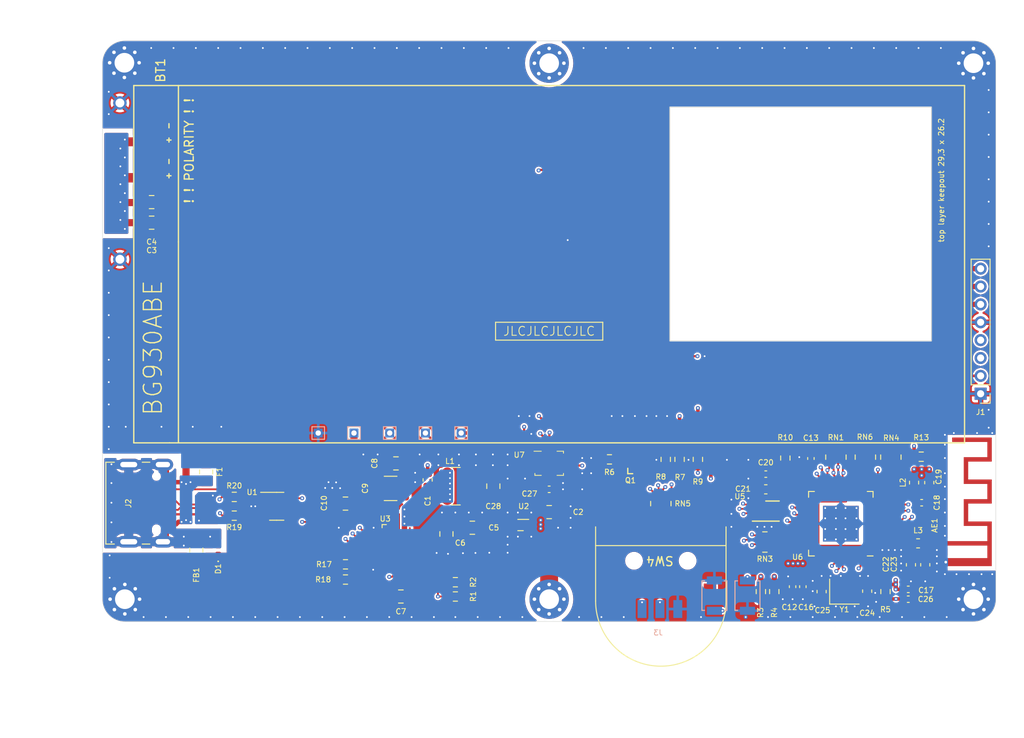
<source format=kicad_pcb>
(kicad_pcb (version 20210623) (generator pcbnew)
  (layers (0 "F.Cu" signal) (1 "In1.Cu" signal) (2 "In2.Cu" signal) (31 "B.Cu" signal) (34 "B.Paste" user) (35 "F.Paste" user) (36 "B.SilkS" user "B.Silkscreen") (37 "F.SilkS" user "F.Silkscreen") (38 "B.Mask" user) (39 "F.Mask" user) (44 "Edge.Cuts" user))
  (net 0 "")
  (net 1 "Net-(AE1-Pad1)")
  (net 2 "GND")
  (net 6 "+BATT")
  (net 8 "EN")
  (net 9 "Net-(C1-Pad1)")
  (net 10 "Net-(C5-Pad1)")
  (net 11 "LX")
  (net 12 "Net-(C7-Pad1)")
  (net 13 "Net-(C8-Pad1)")
  (net 14 "VBUS")
  (net 15 "Net-(C18-Pad2)")
  (net 16 "VDD_SPI")
  (net 17 "XTAL_N")
  (net 18 "XTAL_P")
  (net 19 "radio")
  (net 20 "Net-(RN4-Pad4)")
  (net 21 "GNDPWR")
  (net 22 "CC1")
  (net 23 "CC2")
  (net 24 "SYS")
  (net 25 "TX")
  (net 26 "RX")
  (net 27 "ES_LED_NTC")
  (net 28 "ES_LED_PWM")
  (net 29 "ES_WS_SDAT")
  (net 30 "Net-(Q1-Pad1)")
  (net 31 "STAT")
  (net 32 "INOK")
  (net 33 "D-")
  (net 34 "D+")
  (net 35 "DISP_BACKLIGHT")
  (net 36 "DISP_RESET")
  (net 37 "GPIO46")
  (net 38 "GPIO45")
  (net 39 "SCL")
  (net 40 "IMU_INT2")
  (net 41 "SDA")
  (net 42 "IMU_INT1")
  (net 43 "BNT_DIG3")
  (net 44 "BNT_DIG2")
  (net 45 "BNT_DIG1")
  (net 46 "GPIO0")
  (net 47 "DISP_DC")
  (net 48 "DISP_CLK")
  (net 49 "DISP_DATA")
  (net 50 "Net-(R17-Pad1)")
  (net 52 "ENBST")
  (net 53 "SPID")
  (net 54 "SPIQ")
  (net 55 "SPICLK")
  (net 56 "SPICS0")
  (net 57 "SPIWP")
  (net 58 "SPIHD")
  (net 59 "+3V3")
  (net 60 "Net-(Q1-Pad3)")
  (net 61 "ES_WS_LDAT")
  (net 62 "ES_WS_POWER")
  (net 63 "ITOPOFF")
  (net 64 "Net-(R2-Pad1)")
  (net 65 "Net-(R6-Pad2)")
  (net 66 "Net-(RN5-Pad5)")
  (net 67 "DISP_CS")
  (net 68 "Net-(RN3-Pad2)")
  (net 69 "Net-(RN3-Pad3)")
  (net 70 "Net-(RN3-Pad4)")
  (net 71 "Net-(RN5-Pad6)")
  (net 72 "Net-(RN5-Pad7)")
  (net 73 "Net-(RN5-Pad8)")
  (net 74 "Net-(RN6-Pad6)")
  (net 75 "Net-(RN6-Pad7)")
  (net 76 "Net-(RN6-Pad8)")
  (net 77 "Net-(RN3-Pad1)")
  (net 78 "Net-(R10-Pad1)")
  (net 79 "Net-(RN4-Pad1)")
  (net 80 "Net-(RN4-Pad2)")
  (net 81 "Net-(RN4-Pad3)")
  (net 82 "Net-(RN6-Pad5)")
  (net 83 "Net-(R18-Pad1)")
  (net 84 "U_N")
  (net 85 "U_P")
  (net 98 "CHG_Supply")
  (footprint "Capacitor_SMD:C_0402_1005Metric" (layer "F.Cu") (at 129.95 127.55)
    (fp_text reference "C26")
    (fp_text value "100nF")
  )
  (footprint "Capacitor_SMD:C_0402_1005Metric" (layer "F.Cu") (at 89.75 115.25 180)
    (fp_text reference "C27")
    (fp_text value "100nF")
  )
  (footprint "Capacitor_SMD:C_0402_1005Metric" (layer "F.Cu") (at 129.95 126.45 180)
    (fp_text reference "C17")
    (fp_text value "100nF")
  )
  (footprint "Capacitor_SMD:C_0805_2012Metric" (layer "F.Cu") (at 73.15 127.25 180)
    (fp_text reference "C7")
    (fp_text value "2.2µF")
  )
  (footprint "Capacitor_SMD:C_0603_1608Metric" (layer "F.Cu") (at 76.15 114.2 -90)
    (fp_text reference "C1")
    (fp_text value "100nF")
  )
  (footprint "Capacitor_SMD:C_0603_1608Metric" (layer "F.Cu") (at 131.85 123.7 90)
    (fp_text reference "C23")
    (fp_text value "10µF")
  )
  (footprint "Capacitor_SMD:C_0402_1005Metric" (layer "F.Cu") (at 118.15 126.15 90)
    (fp_text reference "C16")
    (fp_text value "100nF")
  )
  (footprint "Capacitor_SMD:C_0603_1608Metric" (layer "F.Cu") (at 130.25 123.7 90)
    (fp_text reference "C22")
    (fp_text value "10µF")
  )
  (footprint "Capacitor_SMD:C_0402_1005Metric" (layer "F.Cu") (at 117 126.15 90)
    (fp_text reference "C12")
    (fp_text value "100nF")
  )
  (footprint "Capacitor_SMD:C_0805_2012Metric" (layer "F.Cu") (at 81.15 119.55)
    (fp_text reference "C5")
    (fp_text value "2.2µF")
  )
  (footprint "Capacitor_SMD:C_0805_2012Metric" (layer "F.Cu") (at 66.95 116.85)
    (fp_text reference "C10")
    (fp_text value "1µF")
  )
  (footprint "Capacitor_SMD:C_0805_2012Metric" (layer "F.Cu") (at 78.25 120.25 -90)
    (fp_text reference "C6")
    (fp_text value "10µF")
  )
  (footprint "Capacitor_SMD:C_0805_2012Metric" (layer "F.Cu") (at 72.6 112.35)
    (fp_text reference "C8")
    (fp_text value "10µF")
  )
  (footprint "Capacitor_SMD:C_0805_2012Metric" (layer "F.Cu") (at 89.75 117.8 180)
    (fp_text reference "C2")
    (fp_text value "10µF")
  )
  (footprint "Capacitor_SMD:C_1210_3225Metric" (layer "F.Cu") (at 72 115.15)
    (fp_text reference "C9")
    (fp_text value "22µF")
  )
  (footprint "Capacitor_SMD:C_0805_2012Metric" (layer "F.Cu") (at 45.25 85.4)
    (fp_text reference "C3")
    (fp_text value "10µF")
  )
  (footprint "Capacitor_SMD:C_0805_2012Metric" (layer "F.Cu") (at 45.25 83.1)
    (fp_text reference "C4")
    (fp_text value "10µF")
  )
  (footprint "Capacitor_SMD:C_0402_1005Metric" (layer "F.Cu") (at 114 113.55)
    (fp_text reference "C20")
    (fp_text value "100nF")
  )
  (footprint "Capacitor_SMD:C_0603_1608Metric" (layer "F.Cu") (at 114 115.25)
    (fp_text reference "C21")
    (fp_text value "1µF")
  )
  (footprint "Capacitor_SMD:C_0603_1608Metric" (layer "F.Cu") (at 125.35 126.65 -90)
    (fp_text reference "C24")
    (fp_text value "10pF")
  )
  (footprint "Capacitor_SMD:C_0603_1608Metric" (layer "F.Cu") (at 120.25 126.7 -90)
    (fp_text reference "C25")
    (fp_text value "10pF")
  )
  (footprint "Capacitor_SMD:C_0402_1005Metric" (layer "F.Cu") (at 131.45 116.75 180)
    (fp_text reference "C18")
    (fp_text value "100nF")
  )
  (footprint "Capacitor_SMD:C_0603_1608Metric" (layer "F.Cu") (at 132.3 114.5 90)
    (fp_text reference "C19")
    (fp_text value "10µF")
  )
  (footprint "Capacitor_SMD:C_0402_1005Metric" (layer "F.Cu") (at 119.05 111.8 -90)
    (fp_text reference "C13")
    (fp_text value "100nF")
  )
  (footprint "MountingHole:MountingHole_2.2mm_M2_Pad_Via" (layer "F.Cu") (at 42.25 127.55)
    (fp_text reference "H5" hide)
    (fp_text value "MountingHole_Pad")
  )
  (footprint "MountingHole:MountingHole_2.2mm_M2_Pad_Via" (layer "F.Cu") (at 89.75 67.55)
    (fp_text reference "H6" hide)
    (fp_text value "MountingHole_Pad")
  )
  (footprint "MountingHole:MountingHole_2.2mm_M2_Pad_Via" (layer "F.Cu") (at 42.2 67.5)
    (fp_text reference "H4" hide)
    (fp_text value "MountingHole_Pad")
  )
  (footprint "MountingHole:MountingHole_2.2mm_M2_Pad_Via" (layer "F.Cu") (at 137.25 67.55)
    (fp_text reference "H3" hide)
    (fp_text value "MountingHole_Pad")
  )
  (footprint "MountingHole:MountingHole_2.2mm_M2_Pad_Via" (layer "F.Cu") (at 137.25 127.55)
    (fp_text reference "H2" hide)
    (fp_text value "MountingHole_Pad")
  )
  (footprint "MountingHole:MountingHole_2.2mm_M2_Pad_Via" (layer "F.Cu") (at 89.75 127.55)
    (fp_text reference "H1" hide)
    (fp_text value "MountingHole_Pad")
  )
  (footprint "Inductor_SMD:L_0603_1608Metric" (layer "F.Cu") (at 131.05 121.3 180)
    (fp_text reference "L3")
    (fp_text value "1µH")
  )
  (footprint "Inductor_SMD:L_Wuerth_MAPI-4030" (layer "F.Cu") (at 79.3 114.9 180)
    (fp_text reference "L1")
    (fp_text value "1µH")
  )
  (footprint "Inductor_SMD:L_0603_1608Metric" (layer "F.Cu") (at 130.6 114.5 -90)
    (fp_text reference "L2")
    (fp_text value "1µH")
  )
  (footprint "lt_foots:JLC-SERIAL" (layer "F.Cu") (at 89.75 97.55 180)
    (fp_text reference "logo5" hide)
    (fp_text value "logo_JLC")
  )
  (footprint "lt_foots:U-DFN2020-6 (Type F)" (layer "F.Cu") (at 100 111.95)
    (fp_text reference "Q1")
    (fp_text value "DMN2022-UFDF7")
  )
  (footprint "Resistor_SMD:R_0603_1608Metric" (layer "F.Cu") (at 127.4 126.7 90)
    (fp_text reference "R5")
    (fp_text value "10kΩ")
  )
  (footprint "Resistor_SMD:R_0603_1608Metric" (layer "F.Cu") (at 79.25 127.25 180)
    (fp_text reference "R1")
    (fp_text value "10KΩ(150mA_TO) ")
  )
  (footprint "Resistor_SMD:R_0603_1608Metric" (layer "F.Cu") (at 79.25 125.65)
    (fp_text reference "R2")
    (fp_text value "10KΩ(1.5A_FC)")
  )
  (footprint "Resistor_SMD:R_0603_1608Metric" (layer "F.Cu") (at 104.35 111.9 -90)
    (fp_text reference "R7")
    (fp_text value "1kΩ")
  )
  (footprint "Resistor_SMD:R_0603_1608Metric" (layer "F.Cu") (at 102.8 111.9 -90)
    (fp_text reference "R8")
    (fp_text value "1MΩ")
  )
  (footprint "Resistor_SMD:R_0603_1608Metric" (layer "F.Cu") (at 106.4 111.9 90)
    (fp_text reference "R9")
    (fp_text value "1kΩ")
  )
  (footprint "Resistor_SMD:R_0603_1608Metric" (layer "F.Cu") (at 113.45 126.7 90)
    (fp_text reference "R3")
    (fp_text value "10kΩ")
  )
  (footprint "Resistor_SMD:R_0603_1608Metric" (layer "F.Cu") (at 114.95 126.7 90)
    (fp_text reference "R4")
    (fp_text value "10kΩ")
  )
  (footprint "lt_foots:R_Array_Concave_4x0402" (layer "F.Cu") (at 121.85 111.65 90)
    (fp_text reference "RN1")
    (fp_text value "10KΩ")
  )
  (footprint "Package_LGA:Bosch_LGA-14_3x2.5mm_P0.5mm" (layer "F.Cu") (at 89.75 112.3375)
    (fp_text reference "U7")
    (fp_text value "LSM6DS3")
  )
  (footprint "lt_foots:QFN-56-1EP_7x7mm_P0.4mm_EP5.6x5.6mm_ThermalVias" (layer "F.Cu") (at 122.4 119.1 180)
    (fp_text reference "U6")
    (fp_text value "ESP32-S2")
  )
  (footprint "lt_foots:max77751" (layer "F.Cu") (at 73.15 121.3)
    (fp_text reference "U3")
    (fp_text value "MAX77751")
  )
  (footprint "Package_DFN_QFN:DFN-8-1EP_3x2mm_P0.5mm_EP1.75x1.45mm" (layer "F.Cu") (at 114 117.6875)
    (fp_text reference "U5")
    (fp_text value "AT25xxx-MA")
  )
  (footprint "Package_DFN_QFN:UDFN-4-1EP_1x1mm_P0.65mm_EP0.48x0.48mm" (layer "F.Cu") (at 86.85 119.25 180)
    (fp_text reference "U2")
    (fp_text value "NCP167-XDFN4")
  )
  (footprint "Crystal:Crystal_SMD_2520-4Pin_2.5x2.0mm" (layer "F.Cu") (at 122.8 126.7)
    (fp_text reference "Y1")
    (fp_text value "40MHz")
  )
  (footprint "Resistor_SMD:R_0603_1608Metric" (layer "F.Cu") (at 96.5 111.9 180)
    (fp_text reference "R6")
    (fp_text value "14Ω")
  )
  (footprint "lt_foots:plated_hole_1mm" (layer "F.Cu") (at 41.7 72)
    (fp_text reference "H17" hide)
    (fp_text value "thole5" hide)
  )
  (footprint "lt_foots:plated_hole_1mm" (layer "F.Cu") (at 41.7 89.5)
    (fp_text reference "H18" hide)
    (fp_text value "thole6" hide)
  )
  (footprint "Connector_PinHeader_2.00mm:PinHeader_1x08_P2.00mm_Vertical" (layer "F.Cu") (at 138.05 104.55 180)
    (fp_text reference "J1")
    (fp_text value "Conn_01x08_Female")
  )
  (footprint "lt_foots:R_Array_Concave_4x0402" (layer "F.Cu") (at 125.15 111.65 -90)
    (fp_text reference "RN6")
    (fp_text value "0Ω")
  )
  (footprint "lt_foots:ROTARY_ENCODER_SIQ_02FVS" (layer "F.Cu") (at 102.25 123.25 180)
    (fp_text reference "SW4")
    (fp_text value "RotaryEncoder_Switch_mitsumi_siq02fvs")
  )
  (footprint "Capacitor_SMD:C_0805_2012Metric" (layer "F.Cu") (at 83.5 114.9 -90)
    (fp_text reference "C28")
    (fp_text value "10µF")
  )
  (footprint "Resistor_SMD:R_0805_2012Metric_Pad1.20x1.40mm_HandSolder" (layer "F.Cu") (at 51.35 113.3 90)
    (fp_text reference "F1")
    (fp_text value "Polyfuse_Small")
  )
  (footprint "Resistor_SMD:R_0603_1608Metric" (layer "F.Cu") (at 116.1875 111.75 90)
    (fp_text reference "R10")
    (fp_text value "1KΩ")
  )
  (footprint "Connector_USB:USB_C_Receptacle_JAE_DX07S016JA1R1500" (layer "F.Cu") (at 43.835 116.8 -90)
    (fp_text reference "J2")
    (fp_text value "USB_C_Receptacle_USB2.0")
  )
  (footprint "Package_TO_SOT_SMD:SOT-23-6" (layer "F.Cu") (at 59.25 117.15)
    (fp_text reference "U1")
    (fp_text value "USBLC6-4SC6")
  )
  (footprint "lt_foots:R_Array_Concave_4x0402" (layer "F.Cu") (at 113.9 121.15 180)
    (fp_text reference "RN3")
    (fp_text value "0Ω")
  )
  (footprint "Resistor_SMD:R_0805_2012Metric_Pad1.20x1.40mm_HandSolder" (layer "F.Cu") (at 50.25 122.05 90)
    (fp_text reference "FB1")
    (fp_text value "FerriteBead_Small")
  )
  (footprint "Resistor_SMD:R_0603_1608Metric" (layer "F.Cu") (at 54.5 118.2 180)
    (fp_text reference "R19")
    (fp_text value "22Ω")
  )
  (footprint "Diode_SMD:D_0402_1005Metric_Pad0.77x0.64mm_HandSolder" (layer "F.Cu") (at 52.7 122.05 90)
    (fp_text reference "D1")
    (fp_text value "ESD9B5.0ST5G")
  )
  (footprint "Resistor_SMD:R_0603_1608Metric" (layer "F.Cu") (at 54.5 116.1 180)
    (fp_text reference "R20")
    (fp_text value "22Ω")
  )
  (footprint "Resistor_SMD:R_0603_1608Metric" (layer "F.Cu") (at 66.95 125.35 180)
    (fp_text reference "R18")
    (fp_text value "20kΩ")
  )
  (footprint "lt_foots:R_Array_Concave_4x0402" (layer "F.Cu") (at 102.25 116.85 -90)
    (fp_text reference "RN5")
    (fp_text value "1kΩ")
  )
  (footprint "lt_foots:lipo_samsung_BG930ABE_double" (layer "F.Cu") (at 45.25 82.55 90)
    (fp_text reference "BT1")
    (fp_text value "lipo_sams_BG930ABE")
  )
  (footprint "lt_foots:R_Array_Concave_4x0402" (layer "F.Cu") (at 128 111.65 90)
    (fp_text reference "RN4")
    (fp_text value "0Ω")
  )
  (footprint "Resistor_SMD:R_0603_1608Metric" (layer "F.Cu") (at 66.95 123.65 180)
    (fp_text reference "R17")
    (fp_text value "20kΩ")
  )
  (footprint "Resistor_SMD:R_0603_1608Metric" (layer "F.Cu") (at 131.4 111.6 180)
    (fp_text reference "R13")
    (fp_text value "10 kΩ")
  )
  (footprint "lt_foots:Texas_SWRA117D_2.4GHz_Left" (layer "F.Cu") (at 134.15 121.3 -90)
    (fp_text reference "AE1")
    (fp_text value "Antenna_Shield")
  )
  (footprint "Button_Switch_SMD:SW_SPST_B3U-1000P" (layer "B.Cu") (at 111.95 127.15 -90)
    (fp_text reference "SW1" hide)
    (fp_text value "BT")
  )
  (footprint "Button_Switch_SMD:SW_SPST_B3U-1000P" (layer "B.Cu") (at 108.25 127.15 90)
    (fp_text reference "SW2" hide)
    (fp_text value "RST")
  )
  (footprint "TestPoint:TestPoint_Pad_1.0x1.0mm" (layer "B.Cu") (at 79.9 108.95)
    (fp_text reference "TP1" hide)
    (fp_text value "3V3+")
  )
  (footprint "TestPoint:TestPoint_Pad_1.0x1.0mm" (layer "B.Cu") (at 71.9 108.95)
    (fp_text reference "TP2" hide)
    (fp_text value "BATT+")
  )
  (footprint "TestPoint:TestPoint_Pad_1.0x1.0mm" (layer "B.Cu") (at 67.9 108.95)
    (fp_text reference "TP3" hide)
    (fp_text value "VBUS+")
  )
  (footprint "TestPoint:TestPoint_Pad_1.0x1.0mm" (layer "B.Cu") (at 63.9 108.95)
    (fp_text reference "TP4" hide)
    (fp_text value "GND")
  )
  (footprint "TestPoint:TestPoint_Pad_1.0x1.0mm" (layer "B.Cu") (at 75.9 108.95)
    (fp_text reference "TP6" hide)
    (fp_text value "VSYS")
  )
  (footprint "lt_foots:LOGO_CATLIGHT_4_small" (layer "B.Cu") (at 49.4 86.85 90)
    (fp_text reference "logo9" hide)
    (fp_text value "logo_CATLIGHT" hide)
  )
  (footprint "lt_foots:LOGO_Tiger_1" (layer "B.Cu") (at 77.3 84.2)
    (fp_text reference "logo12" hide)
    (fp_text value "logo_TIGER" hide)
  )
  (footprint "lt_foots:TFT_1.3inch_spi_12pin_240x240RGB_flat" (layer "B.Cu") (at 103.25 85.65 90)
    (fp_text reference "TFT1" hide)
    (fp_text value "OLED_1.3inch_SPI_14pin")
  )
  (footprint "lt_foots:01x03_smd_1mmx2mm_pad" (layer "B.Cu") (at 102.15 128.65 180)
    (fp_text reference "J3")
    (fp_text value "R-T-G")
  )
  (gr_line locked (start 139.75 127.55) (end 139.75 67.55) (layer "Edge.Cuts") (width 0.05))
  (gr_line locked (start 137.25 65.05) (end 42.25 65.05) (layer "Edge.Cuts") (width 0.05))
  (gr_line locked (start 39.75 67.55) (end 39.75 127.55) (layer "Edge.Cuts") (width 0.05))
  (gr_line locked (start 42.25 130.05) (end 137.25 130.05) (layer "Edge.Cuts") (width 0.05))
  (gr_arc (start 42.25 67.55) (end 42.25 65.05) (angle -90) (layer "Edge.Cuts") (width 0.05))
  (gr_arc locked (start 137.25 127.55) (end 137.25 130.05) (angle -90) (layer "Edge.Cuts") (width 0.05))
  (gr_rect (start 103.25 72.45) (end 132.55 98.65) (layer "Edge.Cuts") (width 0.1) (fill none))
  (gr_arc locked (start 42.25 127.55) (end 39.75 127.55) (angle -90) (layer "Edge.Cuts") (width 0.05))
  (gr_arc locked (start 137.25 67.55) (end 139.75 67.55) (angle -90) (layer "Edge.Cuts") (width 0.05))
  (segment (start 131.85 121.3125) (end 131.8375 121.3) (width 0.2) (layer "F.Cu") (net 1))
  (segment (start 131.85 122.925) (end 131.85 121.3125) (width 0.6) (layer "F.Cu") (net 1))
  (segment (start 131.8375 121.3) (end 134.15 121.3) (width 0.3) (layer "F.Cu") (net 1))
  (segment (start 120.325 126) (end 120.25 125.925) (width 0.2) (layer "F.Cu") (net 2))
  (segment (start 121.925 126) (end 120.325 126) (width 0.4) (layer "F.Cu") (net 2))
  (segment (start 89.75 113.35) (end 89.75 114.225) (width 0.25) (layer "F.Cu") (net 2))
  (segment (start 87.6125 111.5875) (end 87.6 111.575) (width 0.25) (layer "F.Cu") (net 2))
  (segment (start 72.95 126.5) (end 72.2 127.25) (width 0.2) (layer "F.Cu") (net 2))
  (segment (start 74.875 120.3) (end 75.6 120.3) (width 0.2) (layer "F.Cu") (net 2))
  (segment (start 88.4875 111.5875) (end 87.6125 111.5875) (width 0.25) (layer "F.Cu") (net 2))
  (segment (start 90.25 115.23) (end 90.23 115.25) (width 0.2) (layer "F.Cu") (net 2))
  (segment (start 133.3 123.4) (end 133.15 123.55) (width 0.25) (layer "F.Cu") (net 2))
  (segment (start 87.6125 112.0875) (end 87.6 112.1) (width 0.25) (layer "F.Cu") (net 2))
  (segment (start 90.25 113.35) (end 90.25 115.23) (width 0.25) (layer "F.Cu") (net 2))
  (segment (start 134.15 123.4) (end 133.3 123.4) (width 0.25) (layer "F.Cu") (net 2))
  (segment (start 76.6 119.3) (end 78.25 119.3) (width 0.2) (layer "F.Cu") (net 2))
  (segment (start 88.4875 112.5875) (end 87.6125 112.5875) (width 0.25) (layer "F.Cu") (net 2))
  (segment (start 125.325 127.4) (end 125.35 127.425) (width 0.2) (layer "F.Cu") (net 2))
  (segment (start 75.6 120.3) (end 76.6 119.3) (width 0.2) (layer "F.Cu") (net 2))
  (segment (start 87.6125 112.5875) (end 87.575 112.55) (width 0.25) (layer "F.Cu") (net 2))
  (segment (start 123.675 127.4) (end 125.325 127.4) (width 0.4) (layer "F.Cu") (net 2))
  (segment (start 88.4875 112.0875) (end 87.6125 112.0875) (width 0.25) (layer "F.Cu") (net 2))
  (segment (start 72.95 123.025) (end 72.95 126.5) (width 0.2) (layer "F.Cu") (net 2))
  (via (at 97.95 107.05) (size 0.45) (drill 0.2) (layers "F.Cu" "B.Cu") (net 2))
  (via (at 111.75 129.55) (size 0.45) (drill 0.2) (layers "F.Cu" "B.Cu") (net 2))
  (via (at 123.95 128.35) (size 0.45) (drill 0.2) (layers "F.Cu" "B.Cu") (net 2))
  (via (at 87.75 117.85) (size 0.45) (drill 0.2) (layers "F.Cu" "B.Cu") (net 2))
  (via (at 84.25 129.55) (size 0.45) (drill 0.2) (layers "F.Cu" "B.Cu") (net 2))
  (via (at 40.45 88.25) (size 0.45) (drill 0.2) (layers "F.Cu" "B.Cu") (net 2))
  (via (at 110.15 119.45) (size 0.45) (drill 0.2) (layers "F.Cu" "B.Cu") (net 2))
  (via (at 114.25 129.55) (size 0.45) (drill 0.2) (layers "F.Cu" "B.Cu") (net 2))
  (via (at 131.85 125.55) (size 0.45) (drill 0.2) (layers "F.Cu" "B.Cu") (net 2))
  (via (at 53.05 108.25) (size 0.45) (drill 0.2) (layers "F.Cu" "B.Cu") (net 2))
  (via (at 91.3 115.25) (size 0.45) (drill 0.2) (layers "F.Cu" "B.Cu") (net 2))
  (via (at 50.2 65.85) (size 0.45) (drill 0.2) (layers "F.Cu" "B.Cu") (net 2))
  (via (at 124.25 129.55) (size 0.45) (drill 0.2) (layers "F.Cu" "B.Cu") (net 2))
  (via (at 99.35 107.05) (size 0.45) (drill 0.2) (layers "F.Cu" "B.Cu") (net 2))
  (via (at 94.45 113.45) (size 0.45) (drill 0.2) (layers "F.Cu" "B.Cu") (net 2))
  (via (at 55.2 65.85) (size 0.45) (drill 0.2) (layers "F.Cu" "B.Cu") (net 2))
  (via (at 122.4 124.95) (size 0.45) (drill 0.2) (layers "F.Cu" "B.Cu") (net 2))
  (via (at 130.25 125.55) (size 0.45) (drill 0.2) (layers "F.Cu" "B.Cu") (net 2))
  (via (at 119.45 128.35) (size 0.45) (drill 0.2) (layers "F.Cu" "B.Cu") (net 2))
  (via (at 138.15 124.75) (size 0.45) (drill 0.2) (layers "F.Cu" "B.Cu") (net 2))
  (via (at 52.7 65.85) (size 0.45) (drill 0.2) (layers "F.Cu" "B.Cu") (net 2))
  (via (at 85.1 114.05) (size 0.45) (drill 0.2) (layers "F.Cu" "B.Cu") (net 2))
  (via (at 116.1 65.85) (size 0.45) (drill 0.2) (layers "F.Cu" "B.Cu") (net 2))
  (via (at 79.65 112.55) (size 0.45) (drill 0.2) (layers "F.Cu" "B.Cu") (net 2))
  (via (at 44.35 129.55) (size 0.45) (drill 0.2) (layers "F.Cu" "B.Cu") (net 2))
  (via (at 133.15 124.45) (size 0.45) (drill 0.2) (layers "F.Cu" "B.Cu") (net 2))
  (via (at 95.6 129.55) (size 0.45) (drill 0.2) (layers "F.Cu" "B.Cu") (net 2))
  (via (at 85.1 112.55) (size 0.45) (drill 0.2) (layers "F.Cu" "B.Cu") (net 2))
  (via (at 134.05 113.45) (size 0.45) (drill 0.2) (layers "F.Cu" "B.Cu") (net 2))
  (via (at 133.15 123.55) (size 0.45) (drill 0.2) (layers "F.Cu" "B.Cu") (net 2))
  (via (at 138.95 75.55) (size 0.45) (drill 0.2) (layers "F.Cu" "B.Cu") (net 2))
  (via (at 121.1 65.85) (size 0.45) (drill 0.2) (layers "F.Cu" "B.Cu") (net 2))
  (via (at 87.75 120.55) (size 0.45) (drill 0.2) (layers "F.Cu" "B.Cu") (net 2))
  (via (at 74.75 114.45) (size 0.45) (drill 0.2) (layers "F.Cu" "B.Cu") (net 2))
  (via (at 82.7 65.85) (size 0.45) (drill 0.2) (layers "F.Cu" "B.Cu") (net 2))
  (via (at 129.25 129.55) (size 0.45) (drill 0.2) (layers "F.Cu" "B.Cu") (net 2))
  (via (at 126.25 126.85) (size 0.45) (drill 0.2) (layers "F.Cu" "B.Cu") (net 2))
  (via (at 109.65 111.95) (size 0.45) (drill 0.2) (layers "F.Cu" "B.Cu") (net 2))
  (via (at 117.75 111.65) (size 0.45) (drill 0.2) (layers "F.Cu" "B.Cu") (net 2))
  (via (at 40.45 108.25) (size 0.45) (drill 0.2) (layers "F.Cu" "B.Cu") (net 2))
  (via (at 59.35 129.55) (size 0.45) (drill 0.2) (layers "F.Cu" "B.Cu") (net 2))
  (via (at 121.25 124.95) (size 0.45) (drill 0.2) (layers "F.Cu" "B.Cu") (net 2))
  (via (at 46.85 129.55) (size 0.45) (drill 0.2) (layers "F.Cu" "B.Cu") (net 2))
  (via (at 126.1 65.85) (size 0.45) (drill 0.2) (layers "F.Cu" "B.Cu") (net 2))
  (via (at 81.55 111.35) (size 0.45) (drill 0.2) (layers "F.Cu" "B.Cu") (net 2))
  (via (at 40.45 93.25) (size 0.45) (drill 0.2) (layers "F.Cu" "B.Cu") (net 2))
  (via (at 129.15 122.05) (size 0.45) (drill 0.2) (layers "F.Cu" "B.Cu") (net 2))
  (via (at 40.45 100.75) (size 0.45) (drill 0.2) (layers "F.Cu" "B.Cu") (net 2))
  (via (at 101.75 111.95) (size 0.45) (drill 0.2) (layers "F.Cu" "B.Cu") (net 2))
  (via (at 76.85 129.55) (size 0.45) (drill 0.2) (layers "F.Cu" "B.Cu") (net 2))
  (via (at 125.45 124.95) (size 0.45) (drill 0.2) (layers "F.Cu" "B.Cu") (net 2))
  (via (at 92.15 118.45) (size 0.45) (drill 0.2) (layers "F.Cu" "B.Cu") (net 2))
  (via (at 78.425 122.475) (size 0.45) (drill 0.2) (layers "F.Cu" "B.Cu") (net 2))
  (via (at 115.9 127.55) (size 0.45) (drill 0.2) (layers "F.Cu" "B.Cu") (net 2))
  (via (at 65.9 114.475) (size 0.45) (drill 0.2) (layers "F.Cu" "B.Cu") (net 2))
  (via (at 47.7 65.85) (size 0.45) (drill 0.2) (layers "F.Cu" "B.Cu") (net 2))
  (via (at 40.45 70.75) (size 0.45) (drill 0.2) (layers "F.Cu" "B.Cu") (net 2))
  (via (at 91.825 87.35) (size 0.45) (drill 0.2) (layers "F.Cu" "B.Cu") (net 2))
  (via (at 79.65 111.35) (size 0.45) (drill 0.2) (layers "F.Cu" "B.Cu") (net 2))
  (via (at 136.75 124.75) (size 0.45) (drill 0.2) (layers "F.Cu" "B.Cu") (net 2))
  (via (at 135.35 124.75) (size 0.45) (drill 0.2) (layers "F.Cu" "B.Cu") (net 2))
  (via (at 101.75 107.05) (size 0.45) (drill 0.2) (layers "F.Cu" "B.Cu") (net 2))
  (via (at 121.85 128.35) (size 0.45) (drill 0.2) (layers "F.Cu" "B.Cu") (net 2))
  (via (at 129.15 122.75) (size 0.45) (drill 0.2) (layers "F.Cu" "B.Cu") (net 2))
  (via (at 106.75 129.55) (size 0.45) (drill 0.2) (layers "F.Cu" "B.Cu") (net 2))
  (via (at 123.6 65.85) (size 0.45) (drill 0.2) (layers "F.Cu" "B.Cu") (net 2))
  (via (at 139.35 108.95) (size 0.45) (drill 0.2) (layers "F.Cu" "B.Cu") (net 2))
  (via (at 93.1 129.55) (size 0.45) (drill 0.2) (layers "F.Cu" "B.Cu") (net 2))
  (via (at 93.6 65.85) (size 0.45) (drill 0.2) (layers "F.Cu" "B.Cu") (net 2))
  (via (at 133.15 122.75) (size 0.45) (drill 0.2) (layers "F.Cu" "B.Cu") (net 2))
  (via (at 86.25 117.85) (size 0.45) (drill 0.2) (layers "F.Cu" "B.Cu") (net 2))
  (via (at 40.45 110.75) (size 0.45) (drill 0.2) (layers "F.Cu" "B.Cu") (net 2))
  (via (at 128.6 65.85) (size 0.45) (drill 0.2) (layers "F.Cu" "B.Cu") (net 2))
  (via (at 119.25 126.65) (size 0.45) (drill 0.2) (layers "F.Cu" "B.Cu") (net 2))
  (via (at 105.35 111.95) (size 0.45) (drill 0.2) (layers "F.Cu" "B.Cu") (net 2))
  (via (at 52.1 115.95) (size 0.45) (drill 0.2) (layers "F.Cu" "B.Cu") (net 2))
  (via (at 66.35 115.125) (size 0.45) (drill 0.2) (layers "F.Cu" "B.Cu") (net 2))
  (via (at 134.05 111.75) (size 0.45) (drill 0.2) (layers "F.Cu" "B.Cu") (net 2))
  (via (at 86.35 107.05) (size 0.45) (drill 0.2) (layers "F.Cu" "B.Cu") (net 2))
  (via (at 133.15 122.05) (size 0.45) (drill 0.2) (layers "F.Cu" "B.Cu") (net 2))
  (via (at 70.1 119.55) (size 0.45) (drill 0.2) (layers "F.Cu" "B.Cu") (net 2))
  (via (at 119.25 125.5) (size 0.45) (drill 0.2) (layers "F.Cu" "B.Cu") (net 2))
  (via (at 40.45 73.25) (size 0.45) (drill 0.2) (layers "F.Cu" "B.Cu") (net 2))
  (via (at 138.95 83.05) (size 0.45) (drill 0.2) (layers "F.Cu" "B.Cu") (net 2))
  (via (at 87.55 107.05) (size 0.45) (drill 0.2) (layers "F.Cu" "B.Cu") (net 2))
  (via (at 94.45 111.75) (size 0.45) (drill 0.2) (layers "F.Cu" "B.Cu") (net 2))
  (via (at 121.75 129.55) (size 0.45) (drill 0.2) (layers "F.Cu" "B.Cu") (net 2))
  (via (at 139.35 124.75) (size 0.45) (drill 0.2) (layers "F.Cu" "B.Cu") (net 2))
  (via (at 127.75 122.05) (size 0.45) (drill 0.2) (layers "F.Cu" "B.Cu") (net 2))
  (via (at 50.55 118.75) (size 0.45) (drill 0.2) (layers "F.Cu" "B.Cu") (net 2))
  (via (at 80.2 65.85) (size 0.45) (drill 0.2) (layers "F.Cu" "B.Cu") (net 2))
  (via (at 87.05 114.05) (size 0.45) (drill 0.2) (layers "F.Cu" "B.Cu") (net 2))
  (via (at 74.75 113.4) (size 0.45) (drill 0.2) (layers "F.Cu" "B.Cu") (net 2))
  (via (at 40.55 122.65) (size 0.45) (drill 0.2) (layers "F.Cu" "B.Cu") (net 2))
  (via (at 108.6 65.85) (size 0.45) (drill 0.2) (layers "F.Cu" "B.Cu") (net 2))
  (via (at 138.95 88.05) (size 0.45) (drill 0.2) (layers "F.Cu" "B.Cu") (net 2))
  (via (at 83.45 111.35) (size 0.45) (drill 0.2) (layers "F.Cu" "B.Cu") (net 2))
  (via (at 85.1 117.85) (size 0.45) (drill 0.2) (layers "F.Cu" "B.Cu") (net 2))
  (via (at 134.05 114.95) (size 0.45) (drill 0.2) (layers "F.Cu" "B.Cu") (net 2))
  (via (at 56.4 117.15) (size 0.45) (drill 0.2) (layers "F.Cu" "B.Cu") (net 2))
  (via (at 77.75 117.85) (size 0.45) (drill 0.2) (layers "F.Cu" "B.Cu") (net 2))
  (via (at 81.55 112.55) (size 0.45) (drill 0.2) (layers "F.Cu" "B.Cu") (net 2))
  (via (at 112.05 111.95) (size 0.45) (drill 0.2) (layers "F.Cu" "B.Cu") (net 2))
  (via (at 93.45 113.45) (size 0.45) (drill 0.2) (layers "F.Cu" "B.Cu") (net 2))
  (via (at 51.85 129.55) (size 0.45) (drill 0.2) (layers "F.Cu" "B.Cu") (net 2))
  (via (at 56.85 129.55) (size 0.45) (drill 0.2) (layers "F.Cu" "B.Cu") (net 2))
  (via (at 134.05 117.85) (size 0.45) (drill 0.2) (layers "F.Cu" "B.Cu") (net 2))
  (via (at 138.95 80.55) (size 0.45) (drill 0.2) (layers "F.Cu" "B.Cu") (net 2))
  (via (at 68.95 111.35) (size 0.45) (drill 0.2) (layers "F.Cu" "B.Cu") (net 2))
  (via (at 40.45 95.75) (size 0.45) (drill 0.2) (layers "F.Cu" "B.Cu") (net 2))
  (via (at 134.25 129.55) (size 0.45) (drill 0.2) (layers "F.Cu" "B.Cu") (net 2))
  (via (at 102.95 107.05) (size 0.45) (drill 0.2) (layers "F.Cu" "B.Cu") (net 2))
  (via (at 40.45 103.25) (size 0.45) (drill 0.2) (layers "F.Cu" "B.Cu") (net 2))
  (via (at 83.05 122.35) (size 0.45) (drill 0.2) (layers "F.Cu" "B.Cu") (net 2))
  (via (at 71.85 129.55) (size 0.45) (drill 0.2) (layers "F.Cu" "B.Cu") (net 2))
  (via (at 134.05 116.35) (size 0.45) (drill 0.2) (layers "F.Cu" "B.Cu") (net 2))
  (via (at 49.35 129.55) (size 0.45) (drill 0.2) (layers "F.Cu" "B.Cu") (net 2))
  (via (at 138.95 85.55) (size 0.45) (drill 0.2) (layers "F.Cu" "B.Cu") (net 2))
  (via (at 116.5 125) (size 0.45) (drill 0.2) (layers "F.Cu" "B.Cu") (net 2))
  (via (at 100.65 107.05) (size 0.45) (drill 0.2) (layers "F.Cu" "B.Cu") (net 2))
  (via (at 129.15 124.35) (size 0.45) (drill 0.2) (layers "F.Cu" "B.Cu") (net 2))
  (via (at 134.05 124.75) (size 0.45) (drill 0.2) (layers "F.Cu" "B.Cu") (net 2))
  (via (at 40.55 125.15) (size 0.45) (drill 0.2) (layers "F.Cu" "B.Cu") (net 2))
  (via (at 134.05 109.15) (size 0.45) (drill 0.2) (layers "F.Cu" "B.Cu") (net 2))
  (via (at 75.25 111.35) (size 0.45) (drill 0.2) (layers "F.Cu" "B.Cu") (net 2))
  (via (at 81.5 122.375) (size 0.45) (drill 0.2) (layers "F.Cu" "B.Cu") (net 2))
  (via (at 124.55 124.95) (size 0.45) (drill 0.2) (layers "F.Cu" "B.Cu") (net 2))
  (via (at 70.05 124.25) (size 0.45) (drill 0.2) (layers "F.Cu" "B.Cu") (net 2))
  (via (at 66.85 129.55) (size 0.45) (drill 0.2) (layers "F.Cu" "B.Cu") (net 2))
  (via (at 113.05 119.45) (size 0.45) (drill 0.2) (layers "F.Cu" "B.Cu") (net 2))
  (via (at 93.45 111.75) (size 0.45) (drill 0.2) (layers "F.Cu" "B.Cu") (net 2))
  (via (at 118.15 127.55) (size 0.45) (drill 0.2) (layers "F.Cu" "B.Cu") (net 2))
  (via (at 60.2 65.85) (size 0.45) (drill 0.2) (layers "F.Cu" "B.Cu") (net 2))
  (via (at 40.45 90.75) (size 0.45) (drill 0.2) (layers "F.Cu" "B.Cu") (net 2))
  (via (at 93.45 115.25) (size 0.45) (drill 0.2) (layers "F.Cu" "B.Cu") (net 2))
  (via (at 117 127.55) (size 0.45) (drill 0.2) (layers "F.Cu" "B.Cu") (net 2))
  (via (at 92.15 119.55) (size 0.45) (drill 0.2) (layers "F.Cu" "B.Cu") (net 2))
  (via (at 116.75 129.55) (size 0.45) (drill 0.2) (layers "F.Cu" "B.Cu") (net 2))
  (via (at 111.1 65.85) (size 0.45) (drill 0.2) (layers "F.Cu" "B.Cu") (net 2))
  (via (at 64.675 115.1) (size 0.45) (drill 0.2) (layers "F.Cu" "B.Cu") (net 2))
  (via (at 98.1 129.55) (size 0.45) (drill 0.2) (layers "F.Cu" "B.Cu") (net 2))
  (via (at 86.75 129.55) (size 0.45) (drill 0.2) (layers "F.Cu" "B.Cu") (net 2))
  (via (at 91.3 114.55) (size 0.45) (drill 0.2) (layers "F.Cu" "B.Cu") (net 2))
  (via (at 85.1 120.55) (size 0.45) (drill 0.2) (layers "F.Cu" "B.Cu") (net 2))
  (via (at 85.1 121.45) (size 0.45) (drill 0.2) (layers "F.Cu" "B.Cu") (net 2))
  (via (at 128.45 122.05) (size 0.45) (drill 0.2) (layers "F.Cu" "B.Cu") (net 2))
  (via (at 138.95 73.05) (size 0.45) (drill 0.2) (layers "F.Cu" "B.Cu") (net 2))
  (via (at 69.35 129.55) (size 0.45) (drill 0.2) (layers "F.Cu" "B.Cu") (net 2))
  (via (at 114.65 119.45) (size 0.45) (drill 0.2) (layers "F.Cu" "B.Cu") (net 2))
  (via (at 65.2 65.85) (size 0.45) (drill 0.2) (layers "F.Cu" "B.Cu") (net 2))
  (via (at 80.75 117.85) (size 0.45) (drill 0.2) (layers "F.Cu" "B.Cu") (net 2))
  (via (at 112.05 116.25) (size 0.45) (drill 0.2) (layers "F.Cu" "B.Cu") (net 2))
  (via (at 110.15 116.4) (size 0.45) (drill 0.2) (layers "F.Cu" "B.Cu") (net 2))
  (via (at 40.45 105.75) (size 0.45) (drill 0.2) (layers "F.Cu" "B.Cu") (net 2))
  (via (at 96.75 107.05) (size 0.45) (drill 0.2) (layers "F.Cu" "B.Cu") (net 2))
  (via (at 106.1 65.85) (size 0.45) (drill 0.2) (layers "F.Cu" "B.Cu") (net 2))
  (via (at 64.35 129.55) (size 0.45) (drill 0.2) (layers "F.Cu" "B.Cu") (net 2))
  (via (at 138.95 78.05) (size 0.45) (drill 0.2) (layers "F.Cu" "B.Cu") (net 2))
  (via (at 126.75 129.55) (size 0.45) (drill 0.2) (layers "F.Cu" "B.Cu") (net 2))
  (via (at 133.6 65.85) (size 0.45) (drill 0.2) (layers "F.Cu" "B.Cu") (net 2))
  (via (at 70.2 65.85) (size 0.45) (drill 0.2) (layers "F.Cu" "B.Cu") (net 2))
  (via (at 75.2 65.85) (size 0.45) (drill 0.2) (layers "F.Cu" "B.Cu") (net 2))
  (via (at 119.25 129.55) (size 0.45) (drill 0.2) (layers "F.Cu" "B.Cu") (net 2))
  (via (at 86.25 120.55) (size 0.45) (drill 0.2) (layers "F.Cu" "B.Cu") (net 2))
  (via (at 46.35 108.25) (size 0.45) (drill 0.2) (layers "F.Cu" "B.Cu") (net 2))
  (via (at 80.1 122.4) (size 0.45) (drill 0.2) (layers "F.Cu" "B.Cu") (net 2))
  (via (at 85.1 122.35) (size 0.45) (drill 0.2) (layers "F.Cu" "B.Cu") (net 2))
  (via (at 129.15 123.55) (size 0.45) (drill 0.2) (layers "F.Cu" "B.Cu") (net 2))
  (via (at 131.1 65.85) (size 0.45) (drill 0.2) (layers "F.Cu" "B.Cu") (net 2))
  (via (at 138.95 106.35) (size 0.45) (drill 0.2) (layers "F.Cu" "B.Cu") (net 2))
  (via (at 74.35 129.55) (size 0.45) (drill 0.2) (layers "F.Cu" "B.Cu") (net 2))
  (via (at 110.15 118) (size 0.45) (drill 0.2) (layers "F.Cu" "B.Cu") (net 2))
  (via (at 131.75 129.55) (size 0.45) (drill 0.2) (layers "F.Cu" "B.Cu") (net 2))
  (via (at 62.7 65.85) (size 0.45) (drill 0.2) (layers "F.Cu" "B.Cu") (net 2))
  (via (at 85.1 111.35) (size 0.45) (drill 0.2) (layers "F.Cu" "B.Cu") (net 2))
  (via (at 61.85 129.55) (size 0.45) (drill 0.2) (layers "F.Cu" "B.Cu") (net 2))
  (via (at 135.05 108.95) (size 0.45) (drill 0.2) (layers "F.Cu" "B.Cu") (net 2))
  (via (at 134.05 119.35) (size 0.45) (drill 0.2) (layers "F.Cu" "B.Cu") (net 2))
  (via (at 126.35 127.85) (size 0.45) (drill 0.2) (layers "F.Cu" "B.Cu") (net 2))
  (via (at 79.25 117.85) (size 0.45) (drill 0.2) (layers "F.Cu" "B.Cu") (net 2))
  (via (at 72.7 65.85) (size 0.45) (drill 0.2) (layers "F.Cu" "B.Cu") (net 2))
  (via (at 138.95 108.35) (size 0.45) (drill 0.2) (layers "F.Cu" "B.Cu") (net 2))
  (via (at 77.15 122.375) (size 0.45) (drill 0.2) (layers "F.Cu" "B.Cu") (net 2))
  (via (at 83.45 112.55) (size 0.45) (drill 0.2) (layers "F.Cu" "B.Cu") (net 2))
  (via (at 92.15 117.15) (size 0.45) (drill 0.2) (layers "F.Cu" "B.Cu") (net 2))
  (via (at 120.25 124.95) (size 0.45) (drill 0.2) (layers "F.Cu" "B.Cu") (net 2))
  (via (at 98.6 65.85) (size 0.45) (drill 0.2) (layers "F.Cu" "B.Cu") (net 2))
  (via (at 82.25 117.85) (size 0.45) (drill 0.2) (layers "F.Cu" "B.Cu") (net 2))
  (via (at 66.2 119.55) (size 0.45) (drill 0.2) (layers "F.Cu" "B.Cu") (net 2))
  (via (at 85.2 65.85) (size 0.45) (drill 0.2) (layers "F.Cu" "B.Cu") (net 2))
  (via (at 113.6 65.85) (size 0.45) (drill 0.2) (layers "F.Cu" "B.Cu") (net 2))
  (via (at 56.85 117.15) (size 0.45) (drill 0.2) (layers "F.Cu" "B.Cu") (net 2))
  (via (at 90.75 119.55) (size 0.45) (drill 0.2) (layers "F.Cu" "B.Cu") (net 2))
  (via (at 127.05 122.05) (size 0.45) (drill 0.2) (layers "F.Cu" "B.Cu") (net 2))
  (via (at 49.85 108.25) (size 0.45) (drill 0.2) (layers "F.Cu" "B.Cu") (net 2))
  (via (at 79.25 129.55) (size 0.45) (drill 0.2) (layers "F.Cu" "B.Cu") (net 2))
  (via (at 134.05 120.45) (size 0.45) (drill 0.2) (layers "F.Cu" "B.Cu") (net 2))
  (via (at 103.6 65.85) (size 0.45) (drill 0.2) (layers "F.Cu" "B.Cu") (net 2))
  (via (at 77.35 112.55) (size 0.45) (drill 0.2) (layers "F.Cu" "B.Cu") (net 2))
  (via (at 81.75 129.55) (size 0.45) (drill 0.2) (layers "F.Cu" "B.Cu") (net 2))
  (via (at 63.9 108.95) (size 1) (drill 0.6) (layers "F.Cu" "B.Cu") (net 2))
  (via (at 112.05 114.05) (size 0.45) (drill 0.2) (layers "F.Cu" "B.Cu") (net 2))
  (via (at 125.45 128.35) (size 0.45) (drill 0.2) (layers "F.Cu" "B.Cu") (net 2))
  (via (at 87.75 109.05) (size 0.45) (drill 0.2) (layers "F.Cu" "B.Cu") (net 2))
  (via (at 77.7 65.85) (size 0.45) (drill 0.2) (layers "F.Cu" "B.Cu") (net 2))
  (via (at 70.55 111.35) (size 0.45) (drill 0.2) (layers "F.Cu" "B.Cu") (net 2))
  (via (at 65.05 114.45) (size 0.45) (drill 0.2) (layers "F.Cu" "B.Cu") (net 2))
  (via (at 57.7 65.85) (size 0.45) (drill 0.2) (layers "F.Cu" "B.Cu") (net 2))
  (via (at 96.1 65.85) (size 0.45) (drill 0.2) (layers "F.Cu" "B.Cu") (net 2))
  (via (at 101.1 65.85) (size 0.45) (drill 0.2) (layers "F.Cu" "B.Cu") (net 2))
  (via (at 65.475 115.1) (size 0.45) (drill 0.2) (layers "F.Cu" "B.Cu") (net 2))
  (via (at 54.35 129.55) (size 0.45) (drill 0.2) (layers "F.Cu" "B.Cu") (net 2))
  (via (at 137.65 108.95) (size 0.45) (drill 0.2) (layers "F.Cu" "B.Cu") (net 2))
  (via (at 77.35 111.35) (size 0.45) (drill 0.2) (layers "F.Cu" "B.Cu") (net 2))
  (via (at 138.95 70.55) (size 0.45) (drill 0.2) (layers "F.Cu" "B.Cu") (net 2))
  (via (at 45.2 65.85) (size 0.45) (drill 0.2) (layers "F.Cu" "B.Cu") (net 2))
  (via (at 134.05 110.25) (size 0.45) (drill 0.2) (layers "F.Cu" "B.Cu") (net 2))
  (via (at 40.45 98.25) (size 0.45) (drill 0.2) (layers "F.Cu" "B.Cu") (net 2))
  (via (at 107.15 100.35) (size 0.45) (drill 0.2) (layers "F.Cu" "B.Cu") (net 2))
  (via (at 42.35 108.25) (size 0.45) (drill 0.2) (layers "F.Cu" "B.Cu") (net 2))
  (via (at 67.7 65.85) (size 0.45) (drill 0.2) (layers "F.Cu" "B.Cu") (net 2))
  (via (at 118.6 65.85) (size 0.45) (drill 0.2) (layers "F.Cu" "B.Cu") (net 2))
  (via (at 113.85 119.45) (size 0.45) (drill 0.2) (layers "F.Cu" "B.Cu") (net 2))
  (segment (start 75.3 122.5) (end 75 122.2) (width 0.6) (layer "F.Cu") (net 6))
  (segment (start 74.8 122.1) (end 75.5 122.1) (width 0.6) (layer "F.Cu") (net 6))
  (segment (start 76.85 123.7) (end 76.8 123.7) (width 1) (layer "F.Cu") (net 6))
  (segment (start 46.15 80.15) (end 42.25 80.15) (width 0.6) (layer "F.Cu") (net 6))
  (segment (start 46.15 80.6) (end 42.25 80.6) (width 0.6) (layer "F.Cu") (net 6))
  (segment (start 75.8 122.4) (end 75.5 122.1) (width 0.6) (layer "F.Cu") (net 6))
  (segment (start 46.15 76.15) (end 42.25 76.15) (width 0.6) (layer "F.Cu") (net 6))
  (segment (start 44.3 85.4) (end 42.05 85.4) (width 0.8) (layer "F.Cu") (net 6))
  (segment (start 46.15 76.55) (end 42.25 76.55) (width 0.6) (layer "F.Cu") (net 6))
  (segment (start 44.225 83.15) (end 41.975 83.15) (width 0.8) (layer "F.Cu") (net 6))
  (segment (start 89.75 127.2) (end 89.75 124.2) (width 2) (layer "F.Cu") (net 6))
  (segment (start 46.15 76.35) (end 42.25 76.35) (width 0.6) (layer "F.Cu") (net 6))
  (segment (start 89.75 123.7) (end 76.85 123.7) (width 1) (layer "F.Cu") (net 6))
  (segment (start 76.8 123.7) (end 75.5 122.4) (width 1) (layer "F.Cu") (net 6))
  (segment (start 46.15 80.35) (end 42.25 80.35) (width 0.6) (layer "F.Cu") (net 6))
  (via (at 41.75 81.1) (size 0.45) (drill 0.2) (layers "F.Cu" "B.Cu") (net 6))
  (via (at 42.25 86.1) (size 0.45) (drill 0.2) (layers "F.Cu" "B.Cu") (net 6))
  (via (at 42.25 82.1) (size 0.45) (drill 0.2) (layers "F.Cu" "B.Cu") (net 6))
  (via (at 71.9 108.95) (size 1) (drill 0.6) (layers "F.Cu" "B.Cu") (net 6))
  (via (at 41.75 85.1) (size 0.45) (drill 0.2) (layers "F.Cu" "B.Cu") (net 6))
  (via (at 42.25 78.1) (size 0.45) (drill 0.2) (layers "F.Cu" "B.Cu") (net 6))
  (via (at 41.75 79.1) (size 0.45) (drill 0.2) (layers "F.Cu" "B.Cu") (net 6))
  (via (at 41.75 83.1) (size 0.45) (drill 0.2) (layers "F.Cu" "B.Cu") (net 6))
  (via (at 41.75 77.1) (size 0.45) (drill 0.2) (layers "F.Cu" "B.Cu") (net 6))
  (via (at 42.25 84.1) (size 0.45) (drill 0.2) (layers "F.Cu" "B.Cu") (net 6))
  (via (at 42.25 80.1) (size 0.45) (drill 0.2) (layers "F.Cu" "B.Cu") (net 6))
  (via (at 42.25 76.1) (size 0.45) (drill 0.2) (layers "F.Cu" "B.Cu") (net 6))
  (segment (start 126.55 125.157136) (end 126.55 126.35) (width 0.2) (layer "F.Cu") (net 8))
  (segment (start 127.4 127.2) (end 127.4 127.525) (width 0.2) (layer "F.Cu") (net 8))
  (segment (start 125 123.607136) (end 126.55 125.157136) (width 0.2) (layer "F.Cu") (net 8))
  (segment (start 129.445 127.525) (end 129.47 127.55) (width 0.4) (layer "F.Cu") (net 8))
  (segment (start 125 122.5375) (end 125 123.607136) (width 0.2) (layer "F.Cu") (net 8))
  (segment (start 128.575 127.525) (end 129.445 127.525) (width 0.4) (layer "F.Cu") (net 8))
  (segment (start 126.55 126.35) (end 127.4 127.2) (width 0.2) (layer "F.Cu") (net 8))
  (segment (start 127.4 127.525) (end 128.575 127.525) (width 0.4) (layer "F.Cu") (net 8))
  (via (at 128.575 127.525) (size 0.45) (drill 0.2) (layers "F.Cu" "B.Cu") (net 8))
  (via (at 109.15 128.85) (size 0.45) (drill 0.2) (layers "F.Cu" "B.Cu") (net 8))
  (segment (start 109.15 128.85) (end 108.25 128.85) (width 0.2) (layer "B.Cu") (net 8))
  (segment (start 76.15 112.55) (end 76.15 113.425) (width 0.4) (layer "F.Cu") (net 9))
  (segment (start 69.3 120.3) (end 71.4 120.3) (width 0.2) (layer "F.Cu") (net 9))
  (segment (start 68.55 119.55) (end 69.3 120.3) (width 0.2) (layer "F.Cu") (net 9))
  (via (at 76.15 112.55) (size 0.45) (drill 0.2) (layers "F.Cu" "B.Cu") (net 9))
  (via (at 68.55 119.55) (size 0.45) (drill 0.2) (layers "F.Cu" "B.Cu") (net 9))
  (segment (start 76.1 120.7) (end 76.6 120.2) (width 0.2) (layer "F.Cu") (net 10))
  (segment (start 76.6 120.2) (end 79.55 120.2) (width 0.2) (layer "F.Cu") (net 10))
  (segment (start 74.9 120.7) (end 76.1 120.7) (width 0.2) (layer "F.Cu") (net 10))
  (segment (start 79.55 120.2) (end 80.2 119.55) (width 0.2) (layer "F.Cu") (net 10))
  (segment (start 73.55 118.3) (end 73.55 117.5) (width 0.6) (layer "F.Cu") (net 11))
  (segment (start 73.55 119.55) (end 73.55 119.1) (width 0.6) (layer "F.Cu") (net 11))
  (segment (start 78.04 114.975) (end 78.115 114.9) (width 0.2) (layer "F.Cu") (net 11))
  (segment (start 76.15 114.975) (end 78.04 114.975) (width 0.6) (layer "F.Cu") (net 11))
  (segment (start 78.35 113.4) (end 78.35 116.4) (width 1.2) (layer "F.Cu") (net 11))
  (segment (start 73.55 119.1) (end 73.55 118.3) (width 0.6) (layer "F.Cu") (net 11))
  (via (at 78.65 114.6) (size 0.45) (drill 0.2) (layers "F.Cu" "B.Cu") (net 11))
  (via (at 78.65 114) (size 0.45) (drill 0.2) (layers "F.Cu" "B.Cu") (net 11))
  (via (at 73.55 118.3) (size 0.45) (drill 0.2) (layers "F.Cu" "B.Cu") (net 11))
  (via (at 78.65 113.4) (size 0.45) (drill 0.2) (layers "F.Cu" "B.Cu") (net 11))
  (via (at 78.65 116.4) (size 0.45) (drill 0.2) (layers "F.Cu" "B.Cu") (net 11))
  (via (at 73.55 119.1) (size 0.45) (drill 0.2) (layers "F.Cu" "B.Cu") (net 11))
  (via (at 78.65 115.8) (size 0.45) (drill 0.2) (layers "F.Cu" "B.Cu") (net 11))
  (via (at 73.55 117.5) (size 0.45) (drill 0.2) (layers "F.Cu" "B.Cu") (net 11))
  (via (at 78.65 115.2) (size 0.45) (drill 0.2) (layers "F.Cu" "B.Cu") (net 11))
  (segment (start 73.35 126.5) (end 74.1 127.25) (width 0.2) (layer "F.Cu") (net 12))
  (segment (start 73.35 123.05) (end 73.35 126.5) (width 0.2) (layer "F.Cu") (net 12))
  (segment (start 70.75 117.65) (end 70.525 117.425) (width 0.2) (layer "F.Cu") (net 13))
  (segment (start 72.55 117.65) (end 70.75 117.65) (width 0.2) (layer "F.Cu") (net 13))
  (segment (start 70.85 112.35) (end 70.525 112.675) (width 0.6) (layer "F.Cu") (net 13))
  (segment (start 70.525 117.425) (end 70.525 115.15) (width 0.2) (layer "F.Cu") (net 13))
  (segment (start 72.95 119.55) (end 72.95 118.05) (width 0.2) (layer "F.Cu") (net 13))
  (segment (start 72.95 118.05) (end 72.55 117.65) (width 0.2) (layer "F.Cu") (net 13))
  (segment (start 70.525 112.675) (end 70.525 115.15) (width 0.6) (layer "F.Cu") (net 13))
  (segment (start 71.65 112.35) (end 70.85 112.35) (width 0.6) (layer "F.Cu") (net 13))
  (segment (start 64.875 118.525) (end 68.15 118.525) (width 0.6) (layer "F.Cu") (net 14))
  (segment (start 67.9 113.25) (end 67.9 118.275) (width 1) (layer "F.Cu") (net 14))
  (segment (start 66.95 112.3) (end 67.9 113.25) (width 1) (layer "F.Cu") (net 14))
  (segment (start 67.9 118.275) (end 68.15 118.525) (width 1) (layer "F.Cu") (net 14))
  (segment (start 72.35 118.49375) (end 72.35 119.5375) (width 0.6) (layer "F.Cu") (net 14))
  (segment (start 51.35 112.3) (end 66.95 112.3) (width 1) (layer "F.Cu") (net 14))
  (segment (start 63.5 117.15) (end 64.875 118.525) (width 0.6) (layer "F.Cu") (net 14))
  (segment (start 60.3875 117.15) (end 63.5 117.15) (width 0.6) (layer "F.Cu") (net 14))
  (segment (start 68.25 118.525) (end 72.15 118.525) (width 1) (layer "F.Cu") (net 14))
  (segment (start 131.05 117.926271) (end 131.05 116.673729) (width 0.4) (layer "F.Cu") (net 15))
  (segment (start 130.6 115.8) (end 130.97 116.17) (width 0.4) (layer "F.Cu") (net 15))
  (segment (start 130.95 116.77) (end 130.97 116.75) (width 0.4) (layer "F.Cu") (net 15))
  (segment (start 131.15 118.026271) (end 131.05 117.926271) (width 0.4) (layer "F.Cu") (net 15))
  (segment (start 129.14 120.66) (end 131.15 118.65) (width 0.4) (layer "F.Cu") (net 15))
  (segment (start 131.15 118.65) (end 131.15 118.026271) (width 0.4) (layer "F.Cu") (net 15))
  (segment (start 127.44 120.66) (end 129.14 120.66) (width 0.4) (layer "F.Cu") (net 15))
  (segment (start 130.6 115.2875) (end 130.6 115.8) (width 0.4) (layer "F.Cu") (net 15))
  (segment (start 125.66875 120.7) (end 127.43125 120.7) (width 0.5) (layer "F.Cu") (net 15))
  (segment (start 130.97 116.17) (end 130.97 116.75) (width 0.4) (layer "F.Cu") (net 15))
  (segment (start 114.775 113.845) (end 114.48 113.55) (width 0.4) (layer "F.Cu") (net 16))
  (segment (start 117.65 116.3) (end 115.646425 116.3) (width 0.2) (layer "F.Cu") (net 16))
  (segment (start 115.29375 115.25) (end 115.45 115.40625) (width 0.4) (layer "F.Cu") (net 16))
  (segment (start 114.775 115.25) (end 114.775 113.845) (width 0.4) (layer "F.Cu") (net 16))
  (segment (start 115.646425 116.3) (end 115.45 116.496425) (width 0.2) (layer "F.Cu") (net 16))
  (segment (start 114.75 115.25) (end 115.29375 115.25) (width 0.4) (layer "F.Cu") (net 16))
  (segment (start 118.9625 116.9) (end 118.25 116.9) (width 0.2) (layer "F.Cu") (net 16))
  (segment (start 118.25 116.9) (end 117.65 116.3) (width 0.2) (layer "F.Cu") (net 16))
  (segment (start 115.45 115.35625) (end 115.45 116.84375) (width 0.4) (layer "F.Cu") (net 16))
  (segment (start 123.4 124.75) (end 122.8 125.35) (width 0.2) (layer "F.Cu") (net 17))
  (segment (start 122.8 125.35) (end 122.8 126.7) (width 0.2) (layer "F.Cu") (net 17))
  (segment (start 122.1 127.4) (end 121.925 127.4) (width 0.2) (layer "F.Cu") (net 17))
  (segment (start 122.8 126.7) (end 122.1 127.4) (width 0.2) (layer "F.Cu") (net 17))
  (segment (start 121.925 127.4) (end 120.325 127.4) (width 0.4) (layer "F.Cu") (net 17))
  (segment (start 123.4 122.5375) (end 123.4 124.75) (width 0.2) (layer "F.Cu") (net 17))
  (segment (start 120.325 127.4) (end 120.25 127.475) (width 0.2) (layer "F.Cu") (net 17))
  (segment (start 123.8 122.5375) (end 123.8 125.875) (width 0.2) (layer "F.Cu") (net 18))
  (segment (start 123.6375 125.9625) (end 123.675 126) (width 0.2) (layer "F.Cu") (net 18))
  (segment (start 125.35 125.875) (end 123.8 125.875) (width 0.4) (layer "F.Cu") (net 18))
  (segment (start 123.8 125.875) (end 123.675 126) (width 0.2) (layer "F.Cu") (net 18))
  (segment (start 130.3 122.925) (end 130.3 121.3375) (width 0.6) (layer "F.Cu") (net 19))
  (segment (start 125.8375 121.3) (end 130.4125 121.3) (width 0.2) (layer "F.Cu") (net 19))
  (segment (start 130.3 121.3375) (end 130.2625 121.3) (width 0.2) (layer "F.Cu") (net 19))
  (segment (start 127.065714 118.1) (end 125.8375 118.1) (width 0.2) (layer "F.Cu") (net 20))
  (segment (start 128.75 112.15) (end 128.75 116.415714) (width 0.2) (layer "F.Cu") (net 20))
  (segment (start 128.75 116.415714) (end 127.065714 118.1) (width 0.2) (layer "F.Cu") (net 20))
  (segment (start 46.885 120.745) (end 46.51 121.12) (width 0.4) (layer "F.Cu") (net 21))
  (segment (start 46.885 112.855) (end 46.51 112.48) (width 0.4) (layer "F.Cu") (net 21))
  (segment (start 46.9 113.1) (end 46.9 113.6) (width 0.6) (layer "F.Cu") (net 21))
  (segment (start 46.885 119.95) (end 46.885 120.45) (width 0.6) (layer "F.Cu") (net 21))
  (via (at 40.75 114.55) (size 0.45) (drill 0.2) (layers "F.Cu" "B.Cu") (net 21))
  (via (at 40.75 116.75) (size 0.45) (drill 0.2) (layers "F.Cu" "B.Cu") (net 21))
  (via (at 40.75 118.95) (size 0.45) (drill 0.2) (layers "F.Cu" "B.Cu") (net 21))
  (via (at 48.85 120.55) (size 0.45) (drill 0.2) (layers "F.Cu" "B.Cu") (net 21))
  (via (at 51.8 120.55) (size 0.45) (drill 0.2) (layers "F.Cu" "B.Cu") (net 21))
  (via (at 40.75 112.45) (size 0.45) (drill 0.2) (layers "F.Cu" "B.Cu") (net 21))
  (via (at 40.75 121.15) (size 0.45) (drill 0.2) (layers "F.Cu" "B.Cu") (net 21))
  (via (at 48.85 121.55) (size 0.45) (drill 0.2) (layers "F.Cu" "B.Cu") (net 21))
  (segment (start 60 115.25) (end 48 115.25) (width 0.2) (layer "F.Cu") (net 22))
  (segment (start 62.1 116.25) (end 60.4375 116.25) (width 0.2) (layer "F.Cu") (net 22))
  (segment (start 48 115.25) (end 47.8 115.05) (width 0.2) (layer "F.Cu") (net 22))
  (segment (start 60.4375 116.25) (end 60.3875 116.2) (width 0.2) (layer "F.Cu") (net 22))
  (segment (start 60.3875 115.6375) (end 60 115.25) (width 0.2) (layer "F.Cu") (net 22))
  (segment (start 60.3875 116.2) (end 60.3875 115.6375) (width 0.2) (layer "F.Cu") (net 22))
  (segment (start 66.284286 121.9) (end 71.4 121.9) (width 0.2) (layer "F.Cu") (net 22))
  (segment (start 63.284286 118.9) (end 66.284286 121.9) (width 0.2) (layer "F.Cu") (net 22))
  (segment (start 46.885 115.05) (end 47.8 115.05) (width 0.25) (layer "F.Cu") (net 22))
  (segment (start 62.1 118.9) (end 63.284286 118.9) (width 0.2) (layer "F.Cu") (net 22))
  (via (at 62.1 116.25) (size 0.45) (drill 0.2) (layers "F.Cu" "B.Cu") (net 22))
  (via (at 62.1 118.9) (size 0.45) (drill 0.2) (layers "F.Cu" "B.Cu") (net 22))
  (segment (start 60.3875 118.5125) (end 60.3875 118.1) (width 0.2) (layer "F.Cu") (net 23))
  (segment (start 46.885 118.05) (end 52.25 118.05) (width 0.25) (layer "F.Cu") (net 23))
  (segment (start 52.25 118.05) (end 53.17452 118.97452) (width 0.2) (layer "F.Cu") (net 23))
  (segment (start 59.95 118.95) (end 60.3875 118.5125) (width 0.2) (layer "F.Cu") (net 23))
  (segment (start 55.763498 118.95) (end 59.95 118.95) (width 0.2) (layer "F.Cu") (net 23))
  (segment (start 63.05 118.1) (end 66.45 121.5) (width 0.2) (layer "F.Cu") (net 23))
  (segment (start 53.17452 118.97452) (end 55.738978 118.97452) (width 0.2) (layer "F.Cu") (net 23))
  (segment (start 55.738978 118.97452) (end 55.763498 118.95) (width 0.2) (layer "F.Cu") (net 23))
  (segment (start 60.3875 118.1) (end 63.05 118.1) (width 0.2) (layer "F.Cu") (net 23))
  (segment (start 66.45 121.5) (end 71.4 121.5) (width 0.2) (layer "F.Cu") (net 23))
  (segment (start 83.125 121.2) (end 83.5 120.825) (width 0.6) (layer "F.Cu") (net 24))
  (segment (start 83.85 119.25) (end 85.735 119.25) (width 1) (layer "F.Cu") (net 24))
  (segment (start 80.5 110.5) (end 80.5 111.528228) (width 0.25) (layer "F.Cu") (net 24))
  (segment (start 80.485 116.335) (end 80.485 114.9) (width 0.6) (layer "F.Cu") (net 24))
  (segment (start 78.25 121.2) (end 83.125 121.2) (width 0.6) (layer "F.Cu") (net 24))
  (segment (start 86.25 119.55) (end 85.985 119.55) (width 0.25) (layer "F.Cu") (net 24))
  (segment (start 83.5 120.825) (end 83.5 119.25) (width 0.6) (layer "F.Cu") (net 24))
  (segment (start 75.16862 121.29998) (end 78.15002 121.29998) (width 0.6) (layer "F.Cu") (net 24))
  (segment (start 83.5 116.8) (end 83.25 116.55) (width 0.6) (layer "F.Cu") (net 24))
  (segment (start 80.5 111.528228) (end 80.485 111.543228) (width 0.25) (layer "F.Cu") (net 24))
  (segment (start 80.25 110.25) (end 80.5 110.5) (width 0.25) (layer "F.Cu") (net 24))
  (segment (start 83.25 116.55) (end 80.7 116.55) (width 0.6) (layer "F.Cu") (net 24))
  (segment (start 86.31 118.925) (end 85.975 118.925) (width 0.25) (layer "F.Cu") (net 24))
  (segment (start 77.2 110.25) (end 80.25 110.25) (width 0.25) (layer "F.Cu") (net 24))
  (segment (start 80.7 116.55) (end 80.485 116.335) (width 0.6) (layer "F.Cu") (net 24))
  (segment (start 83.5 119.25) (end 83.5 115.85) (width 0.6) (layer "F.Cu") (net 24))
  (segment (start 80.485 111.543228) (end 80.485 114.9) (width 0.25) (layer "F.Cu") (net 24))
  (segment (start 75.9 108.95) (end 77.2 110.25) (width 0.25) (layer "F.Cu") (net 24))
  (segment (start 74.9 121.3) (end 75.1686 121.3) (width 0.6) (layer "F.Cu") (net 24))
  (segment (start 78.15002 121.29998) (end 78.25 121.2) (width 0.6) (layer "F.Cu") (net 24))
  (via (at 75.9 108.95) (size 1) (drill 0.6) (layers "F.Cu" "B.Cu") (net 24))
  (segment (start 122.2 124.1) (end 122.2 122.5375) (width 0.2) (layer "F.Cu") (net 25))
  (segment (start 121.9 124.4) (end 122.2 124.1) (width 0.2) (layer "F.Cu") (net 25))
  (via (at 102.15 127.9) (size 0.45) (drill 0.2) (layers "F.Cu" "B.Cu") (net 25))
  (via (at 121.9 124.4) (size 0.45) (drill 0.2) (layers "F.Cu" "B.Cu") (net 25))
  (segment (start 121.8 123.4255) (end 121.8 122.5375) (width 0.2) (layer "F.Cu") (net 26))
  (segment (start 121.4 123.8255) (end 121.8 123.4255) (width 0.2) (layer "F.Cu") (net 26))
  (via (at 100.15 127.9) (size 0.45) (drill 0.2) (layers "F.Cu" "B.Cu") (net 26))
  (via (at 121.4 123.8255) (size 0.45) (drill 0.2) (layers "F.Cu" "B.Cu") (net 26))
  (segment (start 129.8 111.6) (end 130.575 111.6) (width 0.2) (layer "F.Cu") (net 27))
  (segment (start 130.6 111.5875) (end 130.6 110.4125) (width 0.4) (layer "F.Cu") (net 27))
  (segment (start 125.8375 118.5) (end 127.25 118.5) (width 0.2) (layer "F.Cu") (net 27))
  (segment (start 129.5 116.25) (end 129.5 111.9) (width 0.2) (layer "F.Cu") (net 27))
  (segment (start 127.25 118.5) (end 129.5 116.25) (width 0.2) (layer "F.Cu") (net 27))
  (segment (start 130.575 110.425) (end 130.6 110.4) (width 0.2) (layer "F.Cu") (net 27))
  (segment (start 129.5 111.9) (end 129.8 111.6) (width 0.2) (layer "F.Cu") (net 27))
  (via (at 130.6 110.4) (size 0.45) (drill 0.2) (layers "F.Cu" "B.Cu") (net 27))
  (segment (start 128.75 111.15) (end 128.75 106.13) (width 0.3) (layer "F.Cu") (net 28))
  (segment (start 128.75 106.13) (end 132.33 102.55) (width 0.3) (layer "F.Cu") (net 28))
  (segment (start 132.33 102.55) (end 138.05 102.55) (width 0.3) (layer "F.Cu") (net 28))
  (segment (start 135.15 94.55) (end 136.85 94.55) (width 0.3) (layer "F.Cu") (net 29))
  (segment (start 134.67 99.5) (end 134.67 95.03) (width 0.3) (layer "F.Cu") (net 29))
  (segment (start 128.25 105.92) (end 134.67 99.5) (width 0.3) (layer "F.Cu") (net 29))
  (segment (start 134.67 95.03) (end 135.15 94.55) (width 0.3) (layer "F.Cu") (net 29))
  (segment (start 136.85 94.55) (end 138.05 94.55) (width 0.6) (layer "F.Cu") (net 29))
  (segment (start 128.25 111.15) (end 128.25 105.92) (width 0.3) (layer "F.Cu") (net 29))
  (segment (start 99.301504 112.849888) (end 99.301504 112.249888) (width 0.25) (layer "F.Cu") (net 30))
  (segment (start 99.951504 110.949888) (end 99.951504 111.599888) (width 0.25) (layer "F.Cu") (net 30))
  (segment (start 99.301504 111.549888) (end 99.651504 111.899888) (width 0.25) (layer "F.Cu") (net 30))
  (segment (start 99.951504 112.849888) (end 99.951504 112.199888) (width 0.25) (layer "F.Cu") (net 30))
  (segment (start 99.651504 111.899888) (end 97.325112 111.899888) (width 0.25) (layer "F.Cu") (net 30))
  (segment (start 97.325112 111.899888) (end 97.325 111.9) (width 0.25) (layer "F.Cu") (net 30))
  (segment (start 99.301504 110.949888) (end 99.301504 111.549888) (width 0.25) (layer "F.Cu") (net 30))
  (segment (start 99.951504 111.599888) (end 99.651504 111.899888) (width 0.25) (layer "F.Cu") (net 30))
  (segment (start 99.301504 112.249888) (end 99.651504 111.899888) (width 0.25) (layer "F.Cu") (net 30))
  (segment (start 99.951504 112.199888) (end 99.651504 111.899888) (width 0.25) (layer "F.Cu") (net 30))
  (segment (start 67.25 121.1) (end 66.95 120.8) (width 0.2) (layer "F.Cu") (net 31))
  (segment (start 107.85 111.35) (end 107.85 114.05) (width 0.4) (layer "F.Cu") (net 31))
  (segment (start 116.1875 110.925) (end 108.275 110.925) (width 0.4) (layer "F.Cu") (net 31))
  (segment (start 108.275 110.925) (end 107.95 111.25) (width 0.4) (layer "F.Cu") (net 31))
  (segment (start 71.4 121.1) (end 67.25 121.1) (width 0.2) (layer "F.Cu") (net 31))
  (segment (start 107.95 111.25) (end 107.85 111.35) (width 0.4) (layer "F.Cu") (net 31))
  (via (at 107.85 114.05) (size 0.45) (drill 0.2) (layers "F.Cu" "B.Cu") (net 31))
  (via (at 66.95 120.8) (size 0.45) (drill 0.2) (layers "F.Cu" "B.Cu") (net 31))
  (segment (start 112.45 120.3) (end 112.55 120.4) (width 0.2) (layer "F.Cu") (net 32))
  (segment (start 67.75 120.2) (end 68.25 120.7) (width 0.2) (layer "F.Cu") (net 32))
  (segment (start 112.55 120.4) (end 113.4 120.4) (width 0.2) (layer "F.Cu") (net 32))
  (segment (start 68.25 120.7) (end 71.4 120.7) (width 0.2) (layer "F.Cu") (net 32))
  (via (at 67.75 120.2) (size 0.45) (drill 0.2) (layers "F.Cu" "B.Cu") (net 32))
  (via (at 112.45 120.3) (size 0.45) (drill 0.2) (layers "F.Cu" "B.Cu") (net 32))
  (segment (start 46.1 117.55) (end 46.885 117.55) (width 0.2) (layer "F.Cu") (net 33))
  (segment (start 48.40048 117.34952) (end 55.04952 117.34952) (width 0.2) (layer "F.Cu") (net 33))
  (segment (start 48.2 117.55) (end 48.40048 117.34952) (width 0.2) (layer "F.Cu") (net 33))
  (segment (start 55.325 117.625) (end 55.325 118.2) (width 0.2) (layer "F.Cu") (net 33))
  (segment (start 55.04952 117.34952) (end 55.325 117.625) (width 0.2) (layer "F.Cu") (net 33))
  (segment (start 46.05 116.05) (end 45.9 116.2) (width 0.2) (layer "F.Cu") (net 33))
  (segment (start 55.425 118.1) (end 55.325 118.2) (width 0.2) (layer "F.Cu") (net 33))
  (segment (start 45.9 116.2) (end 45.9 117.35) (width 0.2) (layer "F.Cu") (net 33))
  (segment (start 45.9 117.35) (end 46.1 117.55) (width 0.2) (layer "F.Cu") (net 33))
  (segment (start 58.1125 118.1) (end 55.425 118.1) (width 0.2) (layer "F.Cu") (net 33))
  (segment (start 46.885 117.55) (end 48.2 117.55) (width 0.2) (layer "F.Cu") (net 33))
  (segment (start 46.885 116.05) (end 46.05 116.05) (width 0.2) (layer "F.Cu") (net 33))
  (segment (start 46.885 116.55) (end 47.95 116.55) (width 0.2) (layer "F.Cu") (net 34))
  (segment (start 58.1125 116.2) (end 55.425 116.2) (width 0.2) (layer "F.Cu") (net 34))
  (segment (start 46.885 116.55) (end 46.885 117.05) (width 0.2) (layer "F.Cu") (net 34))
  (segment (start 48.35 116.95) (end 55.05 116.95) (width 0.2) (layer "F.Cu") (net 34))
  (segment (start 55.425 116.2) (end 55.325 116.1) (width 0.2) (layer "F.Cu") (net 34))
  (segment (start 55.05 116.95) (end 55.325 116.675) (width 0.2) (layer "F.Cu") (net 34))
  (segment (start 47.95 116.55) (end 48.35 116.95) (width 0.2) (layer "F.Cu") (net 34))
  (segment (start 55.325 116.675) (end 55.325 116.2) (width 0.2) (layer "F.Cu") (net 34))
  (segment (start 126.55 114.55) (end 125.8375 115.2625) (width 0.2) (layer "F.Cu") (net 35))
  (segment (start 104.35 107.05) (end 104.35 111.075) (width 0.4) (layer "F.Cu") (net 35))
  (segment (start 126.55 113.05) (end 126.55 114.55) (width 0.2) (layer "F.Cu") (net 35))
  (segment (start 125.8375 115.2625) (end 125.8375 116.5) (width 0.2) (layer "F.Cu") (net 35))
  (via (at 126.55 113.05) (size 0.45) (drill 0.2) (layers "F.Cu" "B.Cu") (net 35))
  (via (at 104.35 107.05) (size 0.45) (drill 0.2) (layers "F.Cu" "B.Cu") (net 35))
  (segment (start 87.92 100.35) (end 87.7 100.13) (width 0.25) (layer "F.Cu") (net 36))
  (segment (start 87.925 85.8) (end 91.8 85.8) (width 0.25) (layer "F.Cu") (net 36))
  (segment (start 87.7 100.13) (end 87.7 86.025) (width 0.25) (layer "F.Cu") (net 36))
  (segment (start 106.4 110.3) (end 106.4 111.075) (width 0.2) (layer "F.Cu") (net 36))
  (segment (start 106.4 106.15) (end 106.4 111.075) (width 0.4) (layer "F.Cu") (net 36))
  (segment (start 106.75 109.95) (end 106.4 110.3) (width 0.2) (layer "F.Cu") (net 36))
  (segment (start 123.4 115.6625) (end 123.4 110.5) (width 0.2) (layer "F.Cu") (net 36))
  (segment (start 122.85 109.95) (end 106.75 109.95) (width 0.2) (layer "F.Cu") (net 36))
  (segment (start 106.35 100.35) (end 87.92 100.35) (width 0.25) (layer "F.Cu") (net 36))
  (segment (start 123.4 110.5) (end 122.85 109.95) (width 0.2) (layer "F.Cu") (net 36))
  (segment (start 87.7 86.025) (end 87.925 85.8) (width 0.25) (layer "F.Cu") (net 36))
  (via (at 106.4 106.15) (size 0.45) (drill 0.2) (layers "F.Cu" "B.Cu") (net 36))
  (via (at 106.35 100.35) (size 0.45) (drill 0.2) (layers "F.Cu" "B.Cu") (net 36))
  (segment (start 124.4 124.1) (end 124.6 123.9) (width 0.2) (layer "F.Cu") (net 37))
  (segment (start 113.45 125) (end 113.45 125.875) (width 0.6) (layer "F.Cu") (net 37))
  (segment (start 124.6 123.9) (end 124.6 122.5375) (width 0.2) (layer "F.Cu") (net 37))
  (via (at 124.4 124.1) (size 0.45) (drill 0.2) (layers "F.Cu" "B.Cu") (net 37))
  (via (at 113.45 125) (size 0.45) (drill 0.2) (layers "F.Cu" "B.Cu") (net 37))
  (segment (start 122.75 124.2) (end 122.6 124.05) (width 0.2) (layer "F.Cu") (net 38))
  (segment (start 114.95 125) (end 114.95 125.875) (width 0.6) (layer "F.Cu") (net 38))
  (segment (start 122.6 124.05) (end 122.6 122.5375) (width 0.2) (layer "F.Cu") (net 38))
  (via (at 114.95 125) (size 0.45) (drill 0.2) (layers "F.Cu" "B.Cu") (net 38))
  (via (at 122.75 124.2) (size 0.45) (drill 0.2) (layers "F.Cu" "B.Cu") (net 38))
  (segment (start 121.6 113.041772) (end 121.575489 113.017261) (width 0.2) (layer "F.Cu") (net 39))
  (segment (start 89.775011 111.299989) (end 89.75 111.325) (width 0.25) (layer "F.Cu") (net 39))
  (segment (start 121.5755 113.4) (end 121.6 113.3755) (width 0.2) (layer "F.Cu") (net 39))
  (segment (start 89.775011 108.949989) (end 89.775011 111.299989) (width 0.25) (layer "F.Cu") (net 39))
  (segment (start 121.575489 112.582739) (end 121.6 112.558228) (width 0.2) (layer "F.Cu") (net 39))
  (segment (start 121.5755 113.6255) (end 121.8 113.85) (width 0.2) (layer "F.Cu") (net 39))
  (segment (start 121.6 112.558228) (end 121.6 112.15) (width 0.2) (layer "F.Cu") (net 39))
  (segment (start 121.6 113.3755) (end 121.6 113.041772) (width 0.2) (layer "F.Cu") (net 39))
  (segment (start 89.8 108.925) (end 89.775011 108.949989) (width 0.25) (layer "F.Cu") (net 39))
  (segment (start 121.5755 113.4) (end 121.5755 113.6255) (width 0.2) (layer "F.Cu") (net 39))
  (segment (start 121.575489 113.017261) (end 121.575489 112.582739) (width 0.2) (layer "F.Cu") (net 39))
  (segment (start 121.8 113.85) (end 121.8 115.6625) (width 0.2) (layer "F.Cu") (net 39))
  (via (at 89.8 108.9) (size 0.45) (drill 0.2) (layers "F.Cu" "B.Cu") (net 39))
  (via (at 121.5755 113.4) (size 0.45) (drill 0.2) (layers "F.Cu" "B.Cu") (net 39))
  (segment (start 122.6 115.6625) (end 122.6 113.519787) (width 0.2) (layer "F.Cu") (net 40))
  (segment (start 93.45 112.6) (end 93.4375 112.5875) (width 0.25) (layer "F.Cu") (net 40))
  (segment (start 122.624511 113.35523) (end 122.624511 112.174511) (width 0.2) (layer "F.Cu") (net 40))
  (segment (start 122.694534 113.425253) (end 122.624511 113.35523) (width 0.2) (layer "F.Cu") (net 40))
  (segment (start 93.4375 112.5875) (end 91.0125 112.5875) (width 0.25) (layer "F.Cu") (net 40))
  (segment (start 122.624511 112.174511) (end 122.6 112.15) (width 0.2) (layer "F.Cu") (net 40))
  (segment (start 122.6 113.519787) (end 122.694534 113.425253) (width 0.2) (layer "F.Cu") (net 40))
  (via (at 122.694534 113.425253) (size 0.45) (drill 0.2) (layers "F.Cu" "B.Cu") (net 40))
  (via (at 93.45 112.6) (size 0.45) (drill 0.2) (layers "F.Cu" "B.Cu") (net 40))
  (segment (start 88.75 109) (end 89.25 109.5) (width 0.25) (layer "F.Cu") (net 41))
  (segment (start 120.9 113.1) (end 120.9 113.55) (width 0.2) (layer "F.Cu") (net 41))
  (segment (start 120.9 113.1) (end 121.1 112.9) (width 0.2) (layer "F.Cu") (net 41))
  (segment (start 120.9 113.55) (end 121.4 114.05) (width 0.2) (layer "F.Cu") (net 41))
  (segment (start 89.25 109.5) (end 89.25 111.325) (width 0.25) (layer "F.Cu") (net 41))
  (segment (start 121.1 112.9) (end 121.1 112.15) (width 0.2) (layer "F.Cu") (net 41))
  (segment (start 121.4 114.05) (end 121.4 115.6625) (width 0.2) (layer "F.Cu") (net 41))
  (via (at 120.9 113.1) (size 0.45) (drill 0.2) (layers "F.Cu" "B.Cu") (net 41))
  (via (at 88.75 109) (size 0.45) (drill 0.2) (layers "F.Cu" "B.Cu") (net 41))
  (segment (start 122.1 112.75) (end 122.1 113.5) (width 0.2) (layer "F.Cu") (net 42))
  (segment (start 87.2125 113.0875) (end 88.4875 113.0875) (width 0.25) (layer "F.Cu") (net 42))
  (segment (start 122.1 113.5) (end 122.2 113.6) (width 0.2) (layer "F.Cu") (net 42))
  (segment (start 86.95 112.85) (end 87.2 113.1) (width 0.25) (layer "F.Cu") (net 42))
  (segment (start 86.95 108.25) (end 86.95 112.85) (width 0.25) (layer "F.Cu") (net 42))
  (segment (start 87.2 113.1) (end 87.2125 113.0875) (width 0.2) (layer "F.Cu") (net 42))
  (segment (start 122.2 113.6) (end 122.2 115.6625) (width 0.2) (layer "F.Cu") (net 42))
  (segment (start 122.1 112.75) (end 122.1 112.15) (width 0.2) (layer "F.Cu") (net 42))
  (via (at 122.1 112.75) (size 0.45) (drill 0.2) (layers "F.Cu" "B.Cu") (net 42))
  (via (at 86.95 108.25) (size 0.45) (drill 0.2) (layers "F.Cu" "B.Cu") (net 42))
  (segment (start 129.55 118.344313) (end 128.194313 119.7) (width 0.2) (layer "F.Cu") (net 43))
  (segment (start 101.5 115.65) (end 101.5 116.35) (width 0.2) (layer "F.Cu") (net 43))
  (segment (start 101.05 115.2) (end 101.5 115.65) (width 0.2) (layer "F.Cu") (net 43))
  (segment (start 128.194313 119.7) (end 125.8375 119.7) (width 0.2) (layer "F.Cu") (net 43))
  (via (at 129.55 118.344313) (size 0.45) (drill 0.2) (layers "F.Cu" "B.Cu") (net 43))
  (via (at 101.05 115.2) (size 0.45) (drill 0.2) (layers "F.Cu" "B.Cu") (net 43))
  (segment (start 127.8 119.3) (end 125.8375 119.3) (width 0.2) (layer "F.Cu") (net 44))
  (segment (start 102.5 115.25) (end 102.5 116.314498) (width 0.2) (layer "F.Cu") (net 44))
  (segment (start 102.75 115) (end 102.5 115.25) (width 0.2) (layer "F.Cu") (net 44))
  (segment (start 102.535502 116.314498) (end 102.5 116.35) (width 0.2) (layer "F.Cu") (net 44))
  (segment (start 129.45 117.65) (end 127.8 119.3) (width 0.2) (layer "F.Cu") (net 44))
  (segment (start 129.95 117.65) (end 129.45 117.65) (width 0.2) (layer "F.Cu") (net 44))
  (via (at 129.95 117.65) (size 0.45) (drill 0.2) (layers "F.Cu" "B.Cu") (net 44))
  (via (at 102.75 115) (size 0.45) (drill 0.2) (layers "F.Cu" "B.Cu") (net 44))
  (segment (start 129.95 116.95) (end 129.55 116.95) (width 0.2) (layer "F.Cu") (net 45))
  (segment (start 103.45 114.7) (end 103.45 115.15) (width 0.2) (layer "F.Cu") (net 45))
  (segment (start 127.6 118.9) (end 125.8375 118.9) (width 0.2) (layer "F.Cu") (net 45))
  (segment (start 103.45 115.15) (end 103 115.6) (width 0.2) (layer "F.Cu") (net 45))
  (segment (start 103 115.6) (end 103 116.35) (width 0.2) (layer "F.Cu") (net 45))
  (segment (start 129.55 116.95) (end 127.6 118.9) (width 0.2) (layer "F.Cu") (net 45))
  (via (at 103.45 114.7) (size 0.45) (drill 0.2) (layers "F.Cu" "B.Cu") (net 45))
  (via (at 129.95 116.95) (size 0.45) (drill 0.2) (layers "F.Cu" "B.Cu") (net 45))
  (segment (start 130.37 118.325735) (end 128.595735 120.1) (width 0.2) (layer "F.Cu") (net 46))
  (segment (start 128.595735 120.1) (end 125.8375 120.1) (width 0.2) (layer "F.Cu") (net 46))
  (via (at 130.37 118.325735) (size 0.45) (drill 0.2) (layers "F.Cu" "B.Cu") (net 46))
  (via (at 111.95 125.05) (size 0.45) (drill 0.2) (layers "F.Cu" "B.Cu") (net 46))
  (segment (start 111.95 125.05) (end 111.95 125.45) (width 0.2) (layer "B.Cu") (net 46))
  (segment (start 124.142884 102.05002) (end 87.26002 102.05002) (width 0.3) (layer "F.Cu") (net 47))
  (segment (start 124.4 111.15) (end 124.4 102.307136) (width 0.3) (layer "F.Cu") (net 47))
  (segment (start 86.08998 100.87998) (end 86.08998 83.33998) (width 0.3) (layer "F.Cu") (net 47))
  (segment (start 86.08998 83.33998) (end 86.42996 83) (width 0.3) (layer "F.Cu") (net 47))
  (segment (start 86.42996 83) (end 91.8 83) (width 0.3) (layer "F.Cu") (net 47))
  (segment (start 87.26002 102.05002) (end 86.08998 100.87998) (width 0.3) (layer "F.Cu") (net 47))
  (segment (start 124.4 102.307136) (end 124.142884 102.05002) (width 0.3) (layer "F.Cu") (net 47))
  (segment (start 86.95 84.4) (end 91.8 84.4) (width 0.3) (layer "F.Cu") (net 48))
  (segment (start 87.51 101.55) (end 86.59 100.63) (width 0.3) (layer "F.Cu") (net 48))
  (segment (start 124.35 101.55) (end 87.51 101.55) (width 0.3) (layer "F.Cu") (net 48))
  (segment (start 124.9 102.1) (end 124.35 101.55) (width 0.3) (layer "F.Cu") (net 48))
  (segment (start 86.59 84.76) (end 86.95 84.4) (width 0.3) (layer "F.Cu") (net 48))
  (segment (start 124.9 111.15) (end 124.9 102.1) (width 0.3) (layer "F.Cu") (net 48))
  (segment (start 86.59 100.63) (end 86.59 84.76) (width 0.3) (layer "F.Cu") (net 48))
  (segment (start 125.4 101.7) (end 124.75 101.05) (width 0.3) (layer "F.Cu") (net 49))
  (segment (start 87.75 85.1) (end 91.8 85.1) (width 0.3) (layer "F.Cu") (net 49))
  (segment (start 124.75 101.05) (end 87.84 101.05) (width 0.3) (layer "F.Cu") (net 49))
  (segment (start 87.15 85.7) (end 87.75 85.1) (width 0.3) (layer "F.Cu") (net 49))
  (segment (start 125.4 111.15) (end 125.4 101.7) (width 0.3) (layer "F.Cu") (net 49))
  (segment (start 87.15 100.36) (end 87.15 85.7) (width 0.3) (layer "F.Cu") (net 49))
  (segment (start 87.84 101.05) (end 87.15 100.36) (width 0.3) (layer "F.Cu") (net 49))
  (segment (start 70.55 122.35) (end 70.6 122.3) (width 0.2) (layer "F.Cu") (net 50))
  (segment (start 69.25 123.65) (end 70.55 122.35) (width 0.2) (layer "F.Cu") (net 50))
  (segment (start 70.6 122.3) (end 71.6 122.3) (width 0.2) (layer "F.Cu") (net 50))
  (segment (start 67.775 123.65) (end 69.25 123.65) (width 0.2) (layer "F.Cu") (net 50))
  (segment (start 72.55 123.05) (end 72.55 124.65) (width 0.2) (layer "F.Cu") (net 52))
  (segment (start 111.55 121) (end 111.65 120.9) (width 0.2) (layer "F.Cu") (net 52))
  (segment (start 111.65 120.9) (end 113.4 120.9) (width 0.2) (layer "F.Cu") (net 52))
  (segment (start 72.55 124.65) (end 72.15 125.05) (width 0.2) (layer "F.Cu") (net 52))
  (segment (start 72.15 125.05) (end 71.85 125.05) (width 0.2) (layer "F.Cu") (net 52))
  (via (at 71.85 125.05) (size 0.45) (drill 0.2) (layers "F.Cu" "B.Cu") (net 52))
  (via (at 111.55 121) (size 0.45) (drill 0.2) (layers "F.Cu" "B.Cu") (net 52))
  (segment (start 118.9625 119.3) (end 115.95 119.3) (width 0.2) (layer "F.Cu") (net 53))
  (segment (start 115.95 119.3) (end 115.45 118.8) (width 0.2) (layer "F.Cu") (net 53))
  (segment (start 115.45 118.8) (end 115.45 118.4375) (width 0.2) (layer "F.Cu") (net 53))
  (segment (start 116.4 118.75) (end 116.55 118.9) (width 0.2) (layer "F.Cu") (net 54))
  (segment (start 111.05 117.435502) (end 112.548002 117.435502) (width 0.2) (layer "F.Cu") (net 54))
  (segment (start 116.55 118.9) (end 118.9625 118.9) (width 0.2) (layer "F.Cu") (net 54))
  (segment (start 112.548002 117.435502) (end 112.55 117.4375) (width 0.2) (layer "F.Cu") (net 54))
  (via (at 116.4 118.75) (size 0.45) (drill 0.2) (layers "F.Cu" "B.Cu") (net 54))
  (via (at 111.05 117.435502) (size 0.45) (drill 0.2) (layers "F.Cu" "B.Cu") (net 54))
  (segment (start 116.4375 117.9375) (end 115.45 117.9375) (width 0.2) (layer "F.Cu") (net 55))
  (segment (start 118.9625 118.5) (end 117 118.5) (width 0.2) (layer "F.Cu") (net 55))
  (segment (start 117 118.5) (end 116.4375 117.9375) (width 0.2) (layer "F.Cu") (net 55))
  (segment (start 117.355369 118.1) (end 118.9625 118.1) (width 0.2) (layer "F.Cu") (net 56))
  (segment (start 117.185967 117.930598) (end 117.355369 118.1) (width 0.2) (layer "F.Cu") (net 56))
  (segment (start 111.45 116.85) (end 111.55 116.95) (width 0.2) (layer "F.Cu") (net 56))
  (segment (start 111.55 116.95) (end 112.5375 116.95) (width 0.2) (layer "F.Cu") (net 56))
  (segment (start 112.5375 116.95) (end 112.55 116.9375) (width 0.2) (layer "F.Cu") (net 56))
  (via (at 117.185967 117.930598) (size 0.45) (drill 0.2) (layers "F.Cu" "B.Cu") (net 56))
  (via (at 111.45 116.85) (size 0.45) (drill 0.2) (layers "F.Cu" "B.Cu") (net 56))
  (segment (start 117.271625 117.2745) (end 116.95 117.2745) (width 0.2) (layer "F.Cu") (net 57))
  (segment (start 111.5625 117.9375) (end 112.55 117.9375) (width 0.2) (layer "F.Cu") (net 57))
  (segment (start 118.9625 117.7) (end 117.697125 117.7) (width 0.2) (layer "F.Cu") (net 57))
  (segment (start 111.5 118) (end 111.5625 117.9375) (width 0.2) (layer "F.Cu") (net 57))
  (segment (start 117.697125 117.7) (end 117.271625 117.2745) (width 0.2) (layer "F.Cu") (net 57))
  (via (at 111.5 118) (size 0.45) (drill 0.2) (layers "F.Cu" "B.Cu") (net 57))
  (via (at 116.95 117.2745) (size 0.45) (drill 0.2) (layers "F.Cu" "B.Cu") (net 57))
  (segment (start 116.6 116.75) (end 115.9125 117.4375) (width 0.2) (layer "F.Cu") (net 58))
  (segment (start 117.492143 116.75) (end 116.6 116.75) (width 0.2) (layer "F.Cu") (net 58))
  (segment (start 118.9625 117.3) (end 118.042143 117.3) (width 0.2) (layer "F.Cu") (net 58))
  (segment (start 115.9125 117.4375) (end 115.45 117.4375) (width 0.2) (layer "F.Cu") (net 58))
  (segment (start 118.042143 117.3) (end 117.492143 116.75) (width 0.2) (layer "F.Cu") (net 58))
  (segment (start 132.3 113) (end 132.3 113.725) (width 0.6) (layer "F.Cu") (net 59))
  (segment (start 118.05 125.67) (end 117 125.67) (width 0.4) (layer "F.Cu") (net 59))
  (segment (start 122.865 121.59) (end 124.89 121.59) (width 0.25) (layer "F.Cu") (net 59))
  (segment (start 124.2 122.5375) (end 124.2 121.675) (width 0.2) (layer "F.Cu") (net 59))
  (segment (start 120.6 121.7) (end 120.6 122.5375) (width 0.2) (layer "F.Cu") (net 59))
  (segment (start 91.8 80.2) (end 94.1 80.2) (width 0.4) (layer "F.Cu") (net 59))
  (segment (start 91.8625 113.0875) (end 92 113.225) (width 0.25) (layer "F.Cu") (net 59))
  (segment (start 120.45 111.15) (end 121.1 111.15) (width 0.2) (layer "F.Cu") (net 59))
  (segment (start 94.15 80.9) (end 91.8 80.9) (width 0.4) (layer "F.Cu") (net 59))
  (segment (start 94.25 80.35) (end 94.25 80.8) (width 0.4) (layer "F.Cu") (net 59))
  (segment (start 91.8 80.9) (end 86.1 80.9) (width 0.4) (layer "F.Cu") (net 59))
  (segment (start 118.25 123.4) (end 118.25 123.45) (width 0.3) (layer "F.Cu") (net 59))
  (segment (start 89.25 113.35) (end 89.25 115.23) (width 0.25) (layer "F.Cu") (net 59))
  (segment (start 86.125 114.65) (end 86.725 115.25) (width 0.4) (layer "F.Cu") (net 59))
  (segment (start 130.6125 113.725) (end 130.6 113.7125) (width 0.2) (layer "F.Cu") (net 59))
  (segment (start 92 113.225) (end 92 116.025) (width 0.25) (layer "F.Cu") (net 59))
  (segment (start 94.1 80.2) (end 94.25 80.35) (width 0.4) (layer "F.Cu") (net 59))
  (segment (start 122.8625 121.5875) (end 122.865 121.59) (width 0.25) (layer "F.Cu") (net 59))
  (segment (start 91.775 116.25) (end 88.95 116.25) (width 0.25) (layer "F.Cu") (net 59))
  (segment (start 128.54375 126.44375) (end 128.55 126.45) (width 0.4) (layer "F.Cu") (net 59))
  (segment (start 120.55 123.4) (end 118.25 123.4) (width 0.3) (layer "F.Cu") (net 59))
  (segment (start 124.89 121.59) (end 125.02502 121.72502) (width 0.25) (layer "F.Cu") (net 59))
  (segment (start 118.15 123.55) (end 116.5 123.55) (width 1) (layer "F.Cu") (net 59))
  (segment (start 86.1 80.9) (end 85.45 81.55) (width 0.4) (layer "F.Cu") (net 59))
  (segment (start 123 122.5375) (end 123 121.625) (width 0.2) (layer "F.Cu") (net 59))
  (segment (start 120.2 115.6625) (end 120.2 114.9) (width 0.2) (layer "F.Cu") (net 59))
  (segment (start 88.8 119.65) (end 88.8 119.2) (width 1) (layer "F.Cu") (net 59))
  (segment (start 91.0125 113.0875) (end 91.8625 113.0875) (width 0.25) (layer "F.Cu") (net 59))
  (segment (start 125.8375 123.7375) (end 125.86875 123.76875) (width 0.3) (layer "F.Cu") (net 59))
  (segment (start 130.6 113) (end 130.6 113.7125) (width 0.6) (layer "F.Cu") (net 59))
  (segment (start 131.425 113.725) (end 130.6125 113.725) (width 1) (layer "F.Cu") (net 59))
  (segment (start 119.875 116.725) (end 119.875 121.5) (width 0.25) (layer "F.Cu") (net 59))
  (segment (start 122.97 116.6) (end 123 116.57) (width 0.2) (layer "F.Cu") (net 59))
  (segment (start 87.39 119.575) (end 88.475 119.575) (width 0.25) (layer "F.Cu") (net 59))
  (segment (start 118.25 123.45) (end 118.15 123.55) (width 0.3) (layer "F.Cu") (net 59))
  (segment (start 85.45 108.7625) (end 85.55 108.8625) (width 0.4) (layer "F.Cu") (net 59))
  (segment (start 128.55 125.9) (end 127.425 125.9) (width 0.4) (layer "F.Cu") (net 59))
  (segment (start 119.875 121.5) (end 119.9625 121.5875) (width 0.25) (layer "F.Cu") (net 59))
  (segment (start 89.25 115.23) (end 89.27 115.25) (width 0.2) (layer "F.Cu") (net 59))
  (segment (start 119.05 112.28) (end 119.32 112.28) (width 0.2) (layer "F.Cu") (net 59))
  (segment (start 123 116.57) (end 123 115.6625) (width 0.2) (layer "F.Cu") (net 59))
  (segment (start 101.95 114.8) (end 102 114.85) (width 0.2) (layer "F.Cu") (net 59))
  (segment (start 120.6 122.5375) (end 120.6 123.4) (width 0.2) (layer "F.Cu") (net 59))
  (segment (start 121.1 111.15) (end 122.6 111.15) (width 0.2) (layer "F.Cu") (net 59))
  (segment (start 122.97 116.6) (end 120 116.6) (width 0.25) (layer "F.Cu") (net 59))
  (segment (start 106.4 112.725) (end 106.4 113.4) (width 0.2) (layer "F.Cu") (net 59))
  (segment (start 132.3 113) (end 130.6 113) (width 0.6) (layer "F.Cu") (net 59))
  (segment (start 86.125 109.4375) (end 86.125 114.65) (width 0.4) (layer "F.Cu") (net 59))
  (segment (start 127.425 125.9) (end 127.4 125.875) (width 0.4) (layer "F.Cu") (net 59))
  (segment (start 92 116.025) (end 91.775 116.25) (width 0.25) (layer "F.Cu") (net 59))
  (segment (start 132.25 113.725) (end 131.475 113.725) (width 1) (layer "F.Cu") (net 59))
  (segment (start 119.9625 121.5875) (end 122.8625 121.5875) (width 0.25) (layer "F.Cu") (net 59))
  (segment (start 125.8375 121.78125) (end 125.8375 123.7375) (width 0.3) (layer "F.Cu") (net 59))
  (segment (start 118.15 123.55) (end 118.15 125.67) (width 0.6) (layer "F.Cu") (net 59))
  (segment (start 120.2 114.9) (end 119.05 113.75) (width 0.2) (layer "F.Cu") (net 59))
  (segment (start 125.86875 123.76875) (end 127.4 125.3) (width 0.4) (layer "F.Cu") (net 59))
  (segment (start 85.6375 108.95) (end 86.125 109.4375) (width 0.4) (layer "F.Cu") (net 59))
  (segment (start 129.47 126.45) (end 128.55 126.45) (width 0.4) (layer "F.Cu") (net 59))
  (segment (start 127.4 125.3) (end 127.4 125.875) (width 0.4) (layer "F.Cu") (net 59))
  (segment (start 86.725 115.25) (end 89.27 115.25) (width 0.4) (layer "F.Cu") (net 59))
  (segment (start 120 116.6) (end 119.875 116.725) (width 0.25) (layer "F.Cu") (net 59))
  (segment (start 119.32 112.28) (end 120.45 111.15) (width 0.2) (layer "F.Cu") (net 59))
  (segment (start 79.9 108.95) (end 85.6375 108.95) (width 0.4) (layer "F.Cu") (net 59))
  (segment (start 119.05 113.75) (end 119.05 112.28) (width 0.2) (layer "F.Cu") (net 59))
  (segment (start 125.02502 121.72502) (end 125.85 121.72502) (width 0.25) (layer "F.Cu") (net 59))
  (segment (start 102 114.85) (end 102 116.35) (width 0.2) (layer "F.Cu") (net 59))
  (segment (start 94.25 80.8) (end 94.15 80.9) (width 0.4) (layer "F.Cu") (net 59))
  (segment (start 88.8 119.2) (end 88.8 118.7) (width 1) (layer "F.Cu") (net 59))
  (segment (start 88.8 118.7) (end 88.8 118.2) (width 1) (layer "F.Cu") (net 59))
  (segment (start 120.2 115.6625) (end 120.2 116.6) (width 0.2) (layer "F.Cu") (net 59))
  (segment (start 88.95 116.25) (end 88.95 117.415) (width 0.8) (layer "F.Cu") (net 59))
  (segment (start 88.95 115.335) (end 88.95 116.25) (width 0.8) (layer "F.Cu") (net 59))
  (segment (start 128.54375 125.4) (end 128.54375 126.44375) (width 0.5) (layer "F.Cu") (net 59))
  (segment (start 85.45 81.55) (end 85.45 108.7625) (width 0.4) (layer "F.Cu") (net 59))
  (via (at 130.6 113) (size 0.45) (drill 0.2) (layers "F.Cu" "B.Cu") (net 59))
  (via (at 128.55 126.45) (size 0.45) (drill 0.2) (layers "F.Cu" "B.Cu") (net 59))
  (via (at 118.15 123.55) (size 0.45) (drill 0.2) (layers "F.Cu" "B.Cu") (net 59))
  (via (at 131.45 113.7) (size 0.45) (drill 0.2) (layers "F.Cu" "B.Cu") (net 59))
  (via (at 79.9 108.95) (size 1) (drill 0.6) (layers "F.Cu" "B.Cu") (net 59))
  (via (at 101.95 114.8) (size 0.45) (drill 0.2) (layers "F.Cu" "B.Cu") (net 59))
  (via (at 131.45 113) (size 0.45) (drill 0.2) (layers "F.Cu" "B.Cu") (net 59))
  (via (at 128.55 125.9) (size 0.45) (drill 0.2) (layers "F.Cu" "B.Cu") (net 59))
  (via (at 88.8 119.2) (size 0.45) (drill 0.2) (layers "F.Cu" "B.Cu") (net 59))
  (via (at 106.4 113.4) (size 0.45) (drill 0.2) (layers "F.Cu" "B.Cu") (net 59))
  (via (at 117.6 123.55) (size 0.45) (drill 0.2) (layers "F.Cu" "B.Cu") (net 59))
  (via (at 132.3 113) (size 0.45) (drill 0.2) (layers "F.Cu" "B.Cu") (net 59))
  (via (at 116.5 123.55) (size 0.45) (drill 0.2) (layers "F.Cu" "B.Cu") (net 59))
  (via (at 128.54375 125.4) (size 0.45) (drill 0.2) (layers "F.Cu" "B.Cu") (net 59))
  (via (at 88.8 118.7) (size 0.45) (drill 0.2) (layers "F.Cu" "B.Cu") (net 59))
  (via (at 88.8 119.65) (size 0.45) (drill 0.2) (layers "F.Cu" "B.Cu") (net 59))
  (via (at 117.05 123.55) (size 0.45) (drill 0.2) (layers "F.Cu" "B.Cu") (net 59))
  (segment (start 100.601504 112.849888) (end 102.675112 112.849888) (width 0.4) (layer "F.Cu") (net 60))
  (segment (start 102.8 112.725) (end 104.35 112.725) (width 0.6) (layer "F.Cu") (net 60))
  (segment (start 102.675112 112.849888) (end 102.8 112.725) (width 0.25) (layer "F.Cu") (net 60))
  (segment (start 134.09002 99.34998) (end 134.09002 93.03998) (width 0.3) (layer "F.Cu") (net 61))
  (segment (start 134.09002 93.03998) (end 134.58 92.55) (width 0.3) (layer "F.Cu") (net 61))
  (segment (start 127.75 111.15) (end 127.75 105.69) (width 0.3) (layer "F.Cu") (net 61))
  (segment (start 127.75 105.69) (end 134.09002 99.34998) (width 0.3) (layer "F.Cu") (net 61))
  (segment (start 137.05 92.55) (end 138.05 92.55) (width 0.6) (layer "F.Cu") (net 61))
  (segment (start 134.58 92.55) (end 137.05 92.55) (width 0.3) (layer "F.Cu") (net 61))
  (segment (start 134.3 90.55) (end 136.85 90.55) (width 0.3) (layer "F.Cu") (net 62))
  (segment (start 133.59 99.142864) (end 133.59 91.26) (width 0.3) (layer "F.Cu") (net 62))
  (segment (start 127.25 111.15) (end 127.25 105.482864) (width 0.3) (layer "F.Cu") (net 62))
  (segment (start 136.85 90.55) (end 138.05 90.55) (width 0.6) (layer "F.Cu") (net 62))
  (segment (start 133.59 91.26) (end 134.3 90.55) (width 0.3) (layer "F.Cu") (net 62))
  (segment (start 127.25 105.482864) (end 133.59 99.142864) (width 0.3) (layer "F.Cu") (net 62))
  (segment (start 112.55 121.4) (end 112.45 121.5) (width 0.2) (layer "F.Cu") (net 63))
  (segment (start 77.3 127.25) (end 78.425 127.25) (width 0.2) (layer "F.Cu") (net 63))
  (segment (start 77.3 126.25) (end 77.3 127.25) (width 0.2) (layer "F.Cu") (net 63))
  (segment (start 73.75 124.915006) (end 74.884514 126.04952) (width 0.2) (layer "F.Cu") (net 63))
  (segment (start 77.09952 126.04952) (end 77.3 126.25) (width 0.2) (layer "F.Cu") (net 63))
  (segment (start 74.884514 126.04952) (end 77.09952 126.04952) (width 0.2) (layer "F.Cu") (net 63))
  (segment (start 73.75 123.05) (end 73.75 124.915006) (width 0.2) (layer "F.Cu") (net 63))
  (segment (start 113.4 121.4) (end 112.55 121.4) (width 0.2) (layer "F.Cu") (net 63))
  (via (at 77.3 127.25) (size 0.45) (drill 0.2) (layers "F.Cu" "B.Cu") (net 63))
  (via (at 112.45 121.5) (size 0.45) (drill 0.2) (layers "F.Cu" "B.Cu") (net 63))
  (segment (start 74.15 124.75) (end 75.05 125.65) (width 0.2) (layer "F.Cu") (net 64))
  (segment (start 74.15 123.05) (end 74.15 124.75) (width 0.2) (layer "F.Cu") (net 64))
  (segment (start 75.05 125.65) (end 78.125 125.65) (width 0.2) (layer "F.Cu") (net 64))
  (segment (start 89.3 107.75) (end 95.45 107.75) (width 0.25) (layer "F.Cu") (net 65))
  (segment (start 88.6 107.05) (end 89.3 107.75) (width 0.25) (layer "F.Cu") (net 65))
  (segment (start 95.675 107.975) (end 95.675 111.9) (width 0.25) (layer "F.Cu") (net 65))
  (segment (start 88.575 79.55) (end 88.625 79.5) (width 0.25) (layer "F.Cu") (net 65))
  (segment (start 88.625 79.5) (end 91.8 79.5) (width 0.25) (layer "F.Cu") (net 65))
  (segment (start 95.45 107.75) (end 95.675 107.975) (width 0.25) (layer "F.Cu") (net 65))
  (via (at 88.6 107.05) (size 0.45) (drill 0.2) (layers "F.Cu" "B.Cu") (net 65))
  (via (at 88.575 79.55) (size 0.45) (drill 0.2) (layers "F.Cu" "B.Cu") (net 65))
  (segment (start 101.5 118.55) (end 101.2 118.85) (width 0.25) (layer "F.Cu") (net 66))
  (segment (start 101.5 117.35) (end 101.5 118.55) (width 0.25) (layer "F.Cu") (net 66))
  (segment (start 101.2 118.85) (end 99.15 118.85) (width 0.25) (layer "F.Cu") (net 66))
  (segment (start 99.15 118.85) (end 98.2 119.8) (width 0.25) (layer "F.Cu") (net 66))
  (segment (start 94.69 99.25) (end 94.69 84.05) (width 0.3) (layer "F.Cu") (net 67))
  (segment (start 94.34 83.7) (end 91.8 83.7) (width 0.3) (layer "F.Cu") (net 67))
  (segment (start 125.9 111.15) (end 125.9 101.3) (width 0.3) (layer "F.Cu") (net 67))
  (segment (start 95.19 99.75) (end 94.69 99.25) (width 0.3) (layer "F.Cu") (net 67))
  (segment (start 94.69 84.05) (end 94.34 83.7) (width 0.3) (layer "F.Cu") (net 67))
  (segment (start 124.35 99.75) (end 95.19 99.75) (width 0.3) (layer "F.Cu") (net 67))
  (segment (start 125.9 101.3) (end 124.35 99.75) (width 0.3) (layer "F.Cu") (net 67))
  (segment (start 116.6 121.3) (end 116.5 121.4) (width 0.2) (layer "F.Cu") (net 68))
  (segment (start 118.9625 121.3) (end 116.6 121.3) (width 0.2) (layer "F.Cu") (net 68))
  (segment (start 116.5 121.4) (end 114.4 121.4) (width 0.2) (layer "F.Cu") (net 68))
  (segment (start 118.9625 120.9) (end 114.4 120.9) (width 0.2) (layer "F.Cu") (net 69))
  (segment (start 115.85 120.4) (end 114.4 120.4) (width 0.2) (layer "F.Cu") (net 70))
  (segment (start 118.9625 120.5) (end 115.95 120.5) (width 0.2) (layer "F.Cu") (net 70))
  (segment (start 115.95 120.5) (end 115.85 120.4) (width 0.2) (layer "F.Cu") (net 70))
  (segment (start 101.7 119.8) (end 100.7 119.8) (width 0.25) (layer "F.Cu") (net 71))
  (segment (start 102 117.35) (end 102 119.5) (width 0.25) (layer "F.Cu") (net 71))
  (segment (start 102 119.5) (end 101.7 119.8) (width 0.25) (layer "F.Cu") (net 71))
  (segment (start 102.5 117.35) (end 102.5 119.55) (width 0.25) (layer "F.Cu") (net 72))
  (segment (start 102.5 119.55) (end 102.75 119.8) (width 0.25) (layer "F.Cu") (net 72))
  (segment (start 102.75 119.8) (end 103.7 119.8) (width 0.25) (layer "F.Cu") (net 72))
  (segment (start 103.35 118.85) (end 105.25 118.85) (width 0.25) (layer "F.Cu") (net 73))
  (segment (start 103 118.5) (end 103.35 118.85) (width 0.25) (layer "F.Cu") (net 73))
  (segment (start 105.25 118.85) (end 106.2 119.8) (width 0.25) (layer "F.Cu") (net 73))
  (segment (start 103 117.35) (end 103 118.5) (width 0.25) (layer "F.Cu") (net 73))
  (segment (start 124.2 114.25) (end 124.9 113.55) (width 0.2) (layer "F.Cu") (net 74))
  (segment (start 124.2 115.6625) (end 124.2 114.25) (width 0.2) (layer "F.Cu") (net 74))
  (segment (start 124.9 113.55) (end 124.9 112.15) (width 0.2) (layer "F.Cu") (net 74))
  (segment (start 125.4 113.65) (end 125.4 112.15) (width 0.2) (layer "F.Cu") (net 75))
  (segment (start 124.6 114.45) (end 125.4 113.65) (width 0.2) (layer "F.Cu") (net 75))
  (segment (start 124.6 115.6625) (end 124.6 114.45) (width 0.2) (layer "F.Cu") (net 75))
  (segment (start 125 115.6625) (end 125 114.7) (width 0.2) (layer "F.Cu") (net 76))
  (segment (start 125 114.7) (end 125.9 113.8) (width 0.2) (layer "F.Cu") (net 76))
  (segment (start 125.9 113.8) (end 125.9 112.15) (width 0.2) (layer "F.Cu") (net 76))
  (segment (start 116.975 121.7) (end 116.775 121.9) (width 0.2) (layer "F.Cu") (net 77))
  (segment (start 116.775 121.9) (end 114.4 121.9) (width 0.2) (layer "F.Cu") (net 77))
  (segment (start 118.9625 121.7) (end 116.975 121.7) (width 0.2) (layer "F.Cu") (net 77))
  (segment (start 117.5125 115.6625) (end 116.1875 114.3375) (width 0.2) (layer "F.Cu") (net 78))
  (segment (start 119.8 115.6625) (end 117.5125 115.6625) (width 0.2) (layer "F.Cu") (net 78))
  (segment (start 116.1875 114.3375) (end 116.1875 112.575) (width 0.2) (layer "F.Cu") (net 78))
  (segment (start 126.568572 116.9) (end 127.25 116.218572) (width 0.2) (layer "F.Cu") (net 79))
  (segment (start 125.8375 116.9) (end 126.568572 116.9) (width 0.2) (layer "F.Cu") (net 79))
  (segment (start 127.25 116.218572) (end 127.25 112.15) (width 0.2) (layer "F.Cu") (net 79))
  (segment (start 127.75 116.284286) (end 126.734286 117.3) (width 0.2) (layer "F.Cu") (net 80))
  (segment (start 126.734286 117.3) (end 125.8375 117.3) (width 0.2) (layer "F.Cu") (net 80))
  (segment (start 127.75 112.15) (end 127.75 116.284286) (width 0.2) (layer "F.Cu") (net 80))
  (segment (start 128.25 116.35) (end 126.9 117.7) (width 0.2) (layer "F.Cu") (net 81))
  (segment (start 125.8375 117.7) (end 126.9 117.7) (width 0.2) (layer "F.Cu") (net 81))
  (segment (start 128.25 112.15) (end 128.25 116.35) (width 0.2) (layer "F.Cu") (net 81))
  (segment (start 123.8 114.05) (end 124.4 113.45) (width 0.2) (layer "F.Cu") (net 82))
  (segment (start 124.4 113.45) (end 124.4 112.15) (width 0.2) (layer "F.Cu") (net 82))
  (segment (start 123.8 115.6625) (end 123.8 114.05) (width 0.2) (layer "F.Cu") (net 82))
  (segment (start 70.3 125.35) (end 67.775 125.35) (width 0.2) (layer "F.Cu") (net 83))
  (segment (start 72.15 123.5) (end 70.3 125.35) (width 0.2) (layer "F.Cu") (net 83))
  (segment (start 72.15 123.05) (end 72.15 123.5) (width 0.2) (layer "F.Cu") (net 83))
  (segment (start 120.15 112.8) (end 120.3 112.95) (width 0.2) (layer "F.Cu") (net 84))
  (segment (start 120.3 113.55) (end 121 114.25) (width 0.2) (layer "F.Cu") (net 84))
  (segment (start 120.3 112.95) (end 120.3 113.55) (width 0.2) (layer "F.Cu") (net 84))
  (segment (start 121 114.25) (end 121 115.6625) (width 0.2) (layer "F.Cu") (net 84))
  (segment (start 53.17502 118.2) (end 52.9 117.92498) (width 0.2) (layer "F.Cu") (net 84))
  (segment (start 53.675 118.2) (end 53.17502 118.2) (width 0.2) (layer "F.Cu") (net 84))
  (via (at 52.9 117.92498) (size 0.45) (drill 0.2) (layers "F.Cu" "B.Cu") (net 84))
  (via (at 120.15 112.8) (size 0.45) (drill 0.2) (layers "F.Cu" "B.Cu") (net 84))
  (segment (start 119.7 113.55) (end 120.6 114.45) (width 0.2) (layer "F.Cu") (net 85))
  (segment (start 53.12502 116.1) (end 52.85 116.37502) (width 0.2) (layer "F.Cu") (net 85))
  (segment (start 53.675 116.1) (end 53.12502 116.1) (width 0.2) (layer "F.Cu") (net 85))
  (segment (start 120.6 114.45) (end 120.6 115.6625) (width 0.2) (layer "F.Cu") (net 85))
  (segment (start 119.7 113.5) (end 119.7 113.55) (width 0.2) (layer "F.Cu") (net 85))
  (via (at 119.7 113.5) (size 0.45) (drill 0.2) (layers "F.Cu" "B.Cu") (net 85))
  (via (at 52.85 116.37502) (size 0.45) (drill 0.2) (layers "F.Cu" "B.Cu") (net 85))
  (segment (start 46.885 114.45) (end 48.6 114.45) (width 0.5) (layer "F.Cu") (net 98))
  (segment (start 49.8 110.8) (end 67.5 110.8) (width 0.8) (layer "F.Cu") (net 98))
  (segment (start 48.25 118.9) (end 48 119.15) (width 0.5) (layer "F.Cu") (net 98))
  (segment (start 48 119.15) (end 46.885 119.15) (width 0.5) (layer "F.Cu") (net 98))
  (segment (start 67.5 110.8) (end 67.9 110.4) (width 0.8) (layer "F.Cu") (net 98))
  (segment (start 67.9 110.4) (end 67.9 108.95) (width 0.8) (layer "F.Cu") (net 98))
  (segment (start 48.6 118.9) (end 48.25 118.9) (width 0.5) (layer "F.Cu") (net 98))
  (segment (start 49.1 114.5) (end 49.1 111.5) (width 0.8) (layer "F.Cu") (net 98))
  (segment (start 49.1 111.5) (end 49.8 110.8) (width 0.8) (layer "F.Cu") (net 98))
  (via (at 67.9 108.95) (size 1) (drill 0.6) (layers "F.Cu" "B.Cu") (net 98))
  (via (at 48.6 114.45) (size 0.45) (drill 0.2) (layers "F.Cu" "B.Cu") (net 98))
  (via (at 49.6 118.9) (size 0.45) (drill 0.2) (layers "F.Cu" "B.Cu") (net 98))
  (via (at 49.6 114.45) (size 0.45) (drill 0.2) (layers "F.Cu" "B.Cu") (net 98))
  (via (at 49.1 118.7) (size 0.45) (drill 0.2) (layers "F.Cu" "B.Cu") (net 98))
  (via (at 49.1 114.65) (size 0.45) (drill 0.2) (layers "F.Cu" "B.Cu") (net 98))
  (via (at 48.6 118.9) (size 0.45) (drill 0.2) (layers "F.Cu" "B.Cu") (net 98))
  (zone (net 6) (net_name "+BATT") (layers "F.Cu" "In1.Cu" "In2.Cu" "B.Cu") (connect_pads yes (clearance 0.2)) (min_thickness 0.254) (fill yes (thermal_gap 0.254) (thermal_bridge_width 1))
    (polygon (pts (xy 42.65 86.65) (xy 39.75 86.65) (xy 39.75 75.35) (xy 42.65 75.35)))
  )
  (zone (net 0) (net_name "") (layer "F.Cu") (connect_pads (clearance 0)) (min_thickness 0.254)
    (keepout (tracks allowed) (vias allowed) (pads allowed) (copperpour not_allowed) (footprints allowed))
    (fill (thermal_gap 0.508) (thermal_bridge_width 0.508))
    (polygon (pts (xy 77.2 122.8) (xy 90.6 122.8) (xy 91.2 123.4) (xy 91.2 125.5) (xy 88.35 125.5) (xy 88.35 124.6) (xy 76.45 124.6) (xy 74.65 122.8) (xy 74.65 121.8) (xy 76.2 121.8)))
  )
  (zone (net 21) (net_name "GNDPWR") (layers "F.Cu" "In1.Cu" "In2.Cu" "B.Cu") (connect_pads (clearance 0.2)) (min_thickness 0.254) (fill yes (thermal_gap 0.254) (thermal_bridge_width 1))
    (polygon (pts (xy 48 119.65) (xy 53.05 119.65) (xy 53.05 121.85) (xy 39.75 121.85) (xy 39.75 111.75) (xy 48 111.75)))
  )
  (zone (net 98) (net_name "CHG_Supply") (layers "F.Cu" "In1.Cu" "In2.Cu" "B.Cu") (connect_pads yes (clearance 0.2)) (min_thickness 0.254) (fill yes (thermal_gap 0.254) (thermal_bridge_width 1))
    (polygon (pts (xy 52.1 114.9) (xy 50.4 114.9) (xy 49.8 115.5) (xy 49.8 119.15) (xy 48.4 119.15) (xy 48.4 113.7) (xy 52.1 113.7)))
  )
  (zone (net 0) (net_name "") (layers "F.Cu" "In1.Cu" "In2.Cu") (connect_pads yes (clearance 0)) (min_thickness 0.254)
    (keepout (tracks allowed) (vias allowed) (pads allowed) (copperpour not_allowed) (footprints allowed))
    (fill (thermal_gap 0.254) (thermal_bridge_width 1))
    (polygon (pts (xy 124.95 128.15) (xy 120.75 128.15) (xy 120.75 125.25) (xy 124.95 125.25)))
  )
  (zone (net 0) (net_name "") (layer "F.Cu") (connect_pads (clearance 0)) (min_thickness 0.254)
    (keepout (tracks allowed) (vias allowed) (pads allowed) (copperpour not_allowed) (footprints allowed))
    (fill (thermal_gap 0.508) (thermal_bridge_width 0.508))
    (polygon (pts (xy 68.75 110.75) (xy 67.8 111.7) (xy 68.85 112.75) (xy 68.85 117.65) (xy 72.05 117.65) (xy 72.05 120) (xy 71.55 120) (xy 71.55 119.35) (xy 64.8 119.35) (xy 63.3 117.85) (xy 59.4 117.85) (xy 59.4 116.45) (xy 63.9 116.45) (xy 65.25 117.8) (xy 67 117.8) (xy 67 113.65) (xy 66.55 113.2) (xy 48.3 113.2) (xy 48.3 111.25) (xy 49.55 110) (xy 67.1 110) (xy 67.1 108.5) (xy 67.4 108.15) (xy 68.4 108.15) (xy 68.75 108.5)))
  )
  (zone (net 2) (net_name "GND") (layer "F.Cu") (connect_pads (clearance 0)) (min_thickness 0.254) (fill yes (thermal_gap 0.3) (thermal_bridge_width 0.6))
    (polygon (pts (xy 139.75 109.15) (xy 134.35 109.15) (xy 134.35 124.35) (xy 139.75 124.35) (xy 139.75 130.05) (xy 92.95 130.05) (xy 92.2 130.05) (xy 87.55 130.05) (xy 87.15 130.05) (xy 39.75 130.05) (xy 39.75 122.35) (xy 53.65 122.35) (xy 53.65 119.15) (xy 50.1 119.15) (xy 50.1 115.95) (xy 50.8 115.25) (xy 52.5 115.25) (xy 52.5 112.9) (xy 48.55 112.9) (xy 48.55 111.25) (xy 39.75 111.25) (xy 39.75 87.15) (xy 43.15 87.15) (xy 43.15 74.85) (xy 39.75 74.85) (xy 39.75 65.05) (xy 139.75 65.05)))
  )
  (zone (net 2) (net_name "GND") (layers "In1.Cu" "In2.Cu" "B.Cu") (connect_pads yes (clearance 0.2)) (min_thickness 0.254) (fill yes (thermal_gap 0.254) (thermal_bridge_width 1))
    (polygon (pts (xy 62.45 111.2) (xy 85.350503 111.2) (xy 85.353544 124.646154) (xy 62.442499 124.647166)))
    (polygon (pts (xy 77.75 117.05) (xy 79.4 117.05) (xy 79.4 112.75) (xy 77.5 112.75) (xy 72.95 117.1) (xy 72.95 119.7) (xy 75.25 119.7)))
  )
  (zone (net 2) (net_name "GND") (layers "In1.Cu" "B.Cu") (connect_pads (clearance 0)) (min_thickness 0.254) (fill yes (thermal_gap 0.5) (thermal_bridge_width 0.3))
    (polygon (pts (xy 39.75 122.35) (xy 53.65 122.35) (xy 53.65 119.15) (xy 50.1 119.15) (xy 50.1 115.95) (xy 50.5 115.55) (xy 52.5 115.55) (xy 52.5 112.9) (xy 48.55 112.9) (xy 48.55 111.25) (xy 39.75 111.25) (xy 39.75 87.15) (xy 43.15 87.15) (xy 43.15 74.85) (xy 39.75 74.85) (xy 39.75 65.05) (xy 139.75 65.05) (xy 139.75 109.15) (xy 134.35 109.15) (xy 134.35 124.35) (xy 139.75 124.35) (xy 139.75 130.05) (xy 79.75 130.05) (xy 39.75 130.05)))
    (polygon (pts (xy 83.75 112.05) (xy 63.75 112.05) (xy 63.75 124.05) (xy 79.75 124.05) (xy 83.75 124.05)))
  )
  (zone (net 11) (net_name "LX") (layers "In1.Cu" "In2.Cu" "B.Cu") (connect_pads yes (clearance 0.2)) (min_thickness 0.254) (fill yes (thermal_gap 0.254) (thermal_bridge_width 1))
    (polygon (pts (xy 79 116.75) (xy 77.65 116.75) (xy 75.15 119.4) (xy 73.25 119.4) (xy 73.25 117.2) (xy 77.6 113.05) (xy 79 113.05)))
  )
)
</source>
